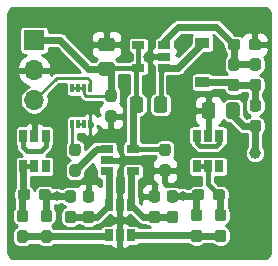
<source format=gtl>
G04 #@! TF.GenerationSoftware,KiCad,Pcbnew,(5.1.10)-1*
G04 #@! TF.CreationDate,2021-07-21T20:41:20-04:00*
G04 #@! TF.ProjectId,entropy r2,656e7472-6f70-4792-9072-322e6b696361,rev?*
G04 #@! TF.SameCoordinates,Original*
G04 #@! TF.FileFunction,Copper,L1,Top*
G04 #@! TF.FilePolarity,Positive*
%FSLAX46Y46*%
G04 Gerber Fmt 4.6, Leading zero omitted, Abs format (unit mm)*
G04 Created by KiCad (PCBNEW (5.1.10)-1) date 2021-07-21 20:41:20*
%MOMM*%
%LPD*%
G01*
G04 APERTURE LIST*
G04 #@! TA.AperFunction,ComponentPad*
%ADD10O,1.700000X1.700000*%
G04 #@! TD*
G04 #@! TA.AperFunction,ComponentPad*
%ADD11R,1.700000X1.700000*%
G04 #@! TD*
G04 #@! TA.AperFunction,SMDPad,CuDef*
%ADD12R,1.200000X0.900000*%
G04 #@! TD*
G04 #@! TA.AperFunction,ComponentPad*
%ADD13C,1.000000*%
G04 #@! TD*
G04 #@! TA.AperFunction,SMDPad,CuDef*
%ADD14R,0.700000X1.000000*%
G04 #@! TD*
G04 #@! TA.AperFunction,SMDPad,CuDef*
%ADD15R,1.060000X0.650000*%
G04 #@! TD*
G04 #@! TA.AperFunction,SMDPad,CuDef*
%ADD16R,0.300000X0.800000*%
G04 #@! TD*
G04 #@! TA.AperFunction,ViaPad*
%ADD17C,0.800000*%
G04 #@! TD*
G04 #@! TA.AperFunction,Conductor*
%ADD18C,0.250000*%
G04 #@! TD*
G04 #@! TA.AperFunction,Conductor*
%ADD19C,0.406400*%
G04 #@! TD*
G04 #@! TA.AperFunction,Conductor*
%ADD20C,0.609600*%
G04 #@! TD*
G04 #@! TA.AperFunction,Conductor*
%ADD21C,0.254000*%
G04 #@! TD*
G04 #@! TA.AperFunction,Conductor*
%ADD22C,0.100000*%
G04 #@! TD*
G04 APERTURE END LIST*
D10*
X135600000Y-69215000D03*
X135600000Y-66675000D03*
D11*
X135600000Y-64135000D03*
D12*
X149860000Y-67690000D03*
X149860000Y-64390000D03*
D13*
X154305000Y-73660000D03*
G04 #@! TA.AperFunction,SMDPad,CuDef*
G36*
G01*
X146447500Y-72895000D02*
X146922500Y-72895000D01*
G75*
G02*
X147160000Y-73132500I0J-237500D01*
G01*
X147160000Y-73707500D01*
G75*
G02*
X146922500Y-73945000I-237500J0D01*
G01*
X146447500Y-73945000D01*
G75*
G02*
X146210000Y-73707500I0J237500D01*
G01*
X146210000Y-73132500D01*
G75*
G02*
X146447500Y-72895000I237500J0D01*
G01*
G37*
G04 #@! TD.AperFunction*
G04 #@! TA.AperFunction,SMDPad,CuDef*
G36*
G01*
X146447500Y-74645000D02*
X146922500Y-74645000D01*
G75*
G02*
X147160000Y-74882500I0J-237500D01*
G01*
X147160000Y-75457500D01*
G75*
G02*
X146922500Y-75695000I-237500J0D01*
G01*
X146447500Y-75695000D01*
G75*
G02*
X146210000Y-75457500I0J237500D01*
G01*
X146210000Y-74882500D01*
G75*
G02*
X146447500Y-74645000I237500J0D01*
G01*
G37*
G04 #@! TD.AperFunction*
G04 #@! TA.AperFunction,SMDPad,CuDef*
G36*
G01*
X134857500Y-81283000D02*
X134382500Y-81283000D01*
G75*
G02*
X134145000Y-81045500I0J237500D01*
G01*
X134145000Y-80470500D01*
G75*
G02*
X134382500Y-80233000I237500J0D01*
G01*
X134857500Y-80233000D01*
G75*
G02*
X135095000Y-80470500I0J-237500D01*
G01*
X135095000Y-81045500D01*
G75*
G02*
X134857500Y-81283000I-237500J0D01*
G01*
G37*
G04 #@! TD.AperFunction*
G04 #@! TA.AperFunction,SMDPad,CuDef*
G36*
G01*
X134857500Y-79533000D02*
X134382500Y-79533000D01*
G75*
G02*
X134145000Y-79295500I0J237500D01*
G01*
X134145000Y-78720500D01*
G75*
G02*
X134382500Y-78483000I237500J0D01*
G01*
X134857500Y-78483000D01*
G75*
G02*
X135095000Y-78720500I0J-237500D01*
G01*
X135095000Y-79295500D01*
G75*
G02*
X134857500Y-79533000I-237500J0D01*
G01*
G37*
G04 #@! TD.AperFunction*
G04 #@! TA.AperFunction,SMDPad,CuDef*
G36*
G01*
X141875500Y-70073000D02*
X142350500Y-70073000D01*
G75*
G02*
X142588000Y-70310500I0J-237500D01*
G01*
X142588000Y-70885500D01*
G75*
G02*
X142350500Y-71123000I-237500J0D01*
G01*
X141875500Y-71123000D01*
G75*
G02*
X141638000Y-70885500I0J237500D01*
G01*
X141638000Y-70310500D01*
G75*
G02*
X141875500Y-70073000I237500J0D01*
G01*
G37*
G04 #@! TD.AperFunction*
G04 #@! TA.AperFunction,SMDPad,CuDef*
G36*
G01*
X141875500Y-68323000D02*
X142350500Y-68323000D01*
G75*
G02*
X142588000Y-68560500I0J-237500D01*
G01*
X142588000Y-69135500D01*
G75*
G02*
X142350500Y-69373000I-237500J0D01*
G01*
X141875500Y-69373000D01*
G75*
G02*
X141638000Y-69135500I0J237500D01*
G01*
X141638000Y-68560500D01*
G75*
G02*
X141875500Y-68323000I237500J0D01*
G01*
G37*
G04 #@! TD.AperFunction*
G04 #@! TA.AperFunction,SMDPad,CuDef*
G36*
G01*
X142182001Y-65082000D02*
X141281999Y-65082000D01*
G75*
G02*
X141032000Y-64832001I0J249999D01*
G01*
X141032000Y-64181999D01*
G75*
G02*
X141281999Y-63932000I249999J0D01*
G01*
X142182001Y-63932000D01*
G75*
G02*
X142432000Y-64181999I0J-249999D01*
G01*
X142432000Y-64832001D01*
G75*
G02*
X142182001Y-65082000I-249999J0D01*
G01*
G37*
G04 #@! TD.AperFunction*
G04 #@! TA.AperFunction,SMDPad,CuDef*
G36*
G01*
X142182001Y-67132000D02*
X141281999Y-67132000D01*
G75*
G02*
X141032000Y-66882001I0J249999D01*
G01*
X141032000Y-66231999D01*
G75*
G02*
X141281999Y-65982000I249999J0D01*
G01*
X142182001Y-65982000D01*
G75*
G02*
X142432000Y-66231999I0J-249999D01*
G01*
X142432000Y-66882001D01*
G75*
G02*
X142182001Y-67132000I-249999J0D01*
G01*
G37*
G04 #@! TD.AperFunction*
G04 #@! TA.AperFunction,SMDPad,CuDef*
G36*
G01*
X151621500Y-79483000D02*
X151146500Y-79483000D01*
G75*
G02*
X150909000Y-79245500I0J237500D01*
G01*
X150909000Y-78670500D01*
G75*
G02*
X151146500Y-78433000I237500J0D01*
G01*
X151621500Y-78433000D01*
G75*
G02*
X151859000Y-78670500I0J-237500D01*
G01*
X151859000Y-79245500D01*
G75*
G02*
X151621500Y-79483000I-237500J0D01*
G01*
G37*
G04 #@! TD.AperFunction*
G04 #@! TA.AperFunction,SMDPad,CuDef*
G36*
G01*
X151621500Y-81233000D02*
X151146500Y-81233000D01*
G75*
G02*
X150909000Y-80995500I0J237500D01*
G01*
X150909000Y-80420500D01*
G75*
G02*
X151146500Y-80183000I237500J0D01*
G01*
X151621500Y-80183000D01*
G75*
G02*
X151859000Y-80420500I0J-237500D01*
G01*
X151859000Y-80995500D01*
G75*
G02*
X151621500Y-81233000I-237500J0D01*
G01*
G37*
G04 #@! TD.AperFunction*
G04 #@! TA.AperFunction,SMDPad,CuDef*
G36*
G01*
X154577500Y-68460000D02*
X154102500Y-68460000D01*
G75*
G02*
X153865000Y-68222500I0J237500D01*
G01*
X153865000Y-67647500D01*
G75*
G02*
X154102500Y-67410000I237500J0D01*
G01*
X154577500Y-67410000D01*
G75*
G02*
X154815000Y-67647500I0J-237500D01*
G01*
X154815000Y-68222500D01*
G75*
G02*
X154577500Y-68460000I-237500J0D01*
G01*
G37*
G04 #@! TD.AperFunction*
G04 #@! TA.AperFunction,SMDPad,CuDef*
G36*
G01*
X154577500Y-66710000D02*
X154102500Y-66710000D01*
G75*
G02*
X153865000Y-66472500I0J237500D01*
G01*
X153865000Y-65897500D01*
G75*
G02*
X154102500Y-65660000I237500J0D01*
G01*
X154577500Y-65660000D01*
G75*
G02*
X154815000Y-65897500I0J-237500D01*
G01*
X154815000Y-66472500D01*
G75*
G02*
X154577500Y-66710000I-237500J0D01*
G01*
G37*
G04 #@! TD.AperFunction*
G04 #@! TA.AperFunction,SMDPad,CuDef*
G36*
G01*
X153000000Y-69649999D02*
X153000000Y-70550001D01*
G75*
G02*
X152750001Y-70800000I-249999J0D01*
G01*
X152099999Y-70800000D01*
G75*
G02*
X151850000Y-70550001I0J249999D01*
G01*
X151850000Y-69649999D01*
G75*
G02*
X152099999Y-69400000I249999J0D01*
G01*
X152750001Y-69400000D01*
G75*
G02*
X153000000Y-69649999I0J-249999D01*
G01*
G37*
G04 #@! TD.AperFunction*
G04 #@! TA.AperFunction,SMDPad,CuDef*
G36*
G01*
X150950000Y-69649999D02*
X150950000Y-70550001D01*
G75*
G02*
X150700001Y-70800000I-249999J0D01*
G01*
X150049999Y-70800000D01*
G75*
G02*
X149800000Y-70550001I0J249999D01*
G01*
X149800000Y-69649999D01*
G75*
G02*
X150049999Y-69400000I249999J0D01*
G01*
X150700001Y-69400000D01*
G75*
G02*
X150950000Y-69649999I0J-249999D01*
G01*
G37*
G04 #@! TD.AperFunction*
G04 #@! TA.AperFunction,SMDPad,CuDef*
G36*
G01*
X143688000Y-70046001D02*
X143688000Y-69145999D01*
G75*
G02*
X143937999Y-68896000I249999J0D01*
G01*
X144588001Y-68896000D01*
G75*
G02*
X144838000Y-69145999I0J-249999D01*
G01*
X144838000Y-70046001D01*
G75*
G02*
X144588001Y-70296000I-249999J0D01*
G01*
X143937999Y-70296000D01*
G75*
G02*
X143688000Y-70046001I0J249999D01*
G01*
G37*
G04 #@! TD.AperFunction*
G04 #@! TA.AperFunction,SMDPad,CuDef*
G36*
G01*
X145738000Y-70046001D02*
X145738000Y-69145999D01*
G75*
G02*
X145987999Y-68896000I249999J0D01*
G01*
X146638001Y-68896000D01*
G75*
G02*
X146888000Y-69145999I0J-249999D01*
G01*
X146888000Y-70046001D01*
G75*
G02*
X146638001Y-70296000I-249999J0D01*
G01*
X145987999Y-70296000D01*
G75*
G02*
X145738000Y-70046001I0J249999D01*
G01*
G37*
G04 #@! TD.AperFunction*
D14*
X136586000Y-72233000D03*
X135636000Y-72233000D03*
X134686000Y-72233000D03*
X134686000Y-74833000D03*
X136586000Y-74833000D03*
X135636000Y-74833000D03*
X142875000Y-78075000D03*
X141925000Y-78075000D03*
X143825000Y-78075000D03*
X143825000Y-80675000D03*
X142875000Y-80675000D03*
X141925000Y-80675000D03*
X151297201Y-72233000D03*
X150347201Y-72233000D03*
X149397201Y-72233000D03*
X149397201Y-74833000D03*
X151297201Y-74833000D03*
X150347201Y-74833000D03*
G04 #@! TA.AperFunction,SMDPad,CuDef*
G36*
G01*
X135286000Y-76978500D02*
X135286000Y-77453500D01*
G75*
G02*
X135048500Y-77691000I-237500J0D01*
G01*
X134473500Y-77691000D01*
G75*
G02*
X134236000Y-77453500I0J237500D01*
G01*
X134236000Y-76978500D01*
G75*
G02*
X134473500Y-76741000I237500J0D01*
G01*
X135048500Y-76741000D01*
G75*
G02*
X135286000Y-76978500I0J-237500D01*
G01*
G37*
G04 #@! TD.AperFunction*
G04 #@! TA.AperFunction,SMDPad,CuDef*
G36*
G01*
X137036000Y-76978500D02*
X137036000Y-77453500D01*
G75*
G02*
X136798500Y-77691000I-237500J0D01*
G01*
X136223500Y-77691000D01*
G75*
G02*
X135986000Y-77453500I0J237500D01*
G01*
X135986000Y-76978500D01*
G75*
G02*
X136223500Y-76741000I237500J0D01*
G01*
X136798500Y-76741000D01*
G75*
G02*
X137036000Y-76978500I0J-237500D01*
G01*
G37*
G04 #@! TD.AperFunction*
G04 #@! TA.AperFunction,SMDPad,CuDef*
G36*
G01*
X136414500Y-78483000D02*
X136889500Y-78483000D01*
G75*
G02*
X137127000Y-78720500I0J-237500D01*
G01*
X137127000Y-79295500D01*
G75*
G02*
X136889500Y-79533000I-237500J0D01*
G01*
X136414500Y-79533000D01*
G75*
G02*
X136177000Y-79295500I0J237500D01*
G01*
X136177000Y-78720500D01*
G75*
G02*
X136414500Y-78483000I237500J0D01*
G01*
G37*
G04 #@! TD.AperFunction*
G04 #@! TA.AperFunction,SMDPad,CuDef*
G36*
G01*
X136414500Y-80233000D02*
X136889500Y-80233000D01*
G75*
G02*
X137127000Y-80470500I0J-237500D01*
G01*
X137127000Y-81045500D01*
G75*
G02*
X136889500Y-81283000I-237500J0D01*
G01*
X136414500Y-81283000D01*
G75*
G02*
X136177000Y-81045500I0J237500D01*
G01*
X136177000Y-80470500D01*
G75*
G02*
X136414500Y-80233000I237500J0D01*
G01*
G37*
G04 #@! TD.AperFunction*
G04 #@! TA.AperFunction,SMDPad,CuDef*
G36*
G01*
X138827500Y-72895000D02*
X139302500Y-72895000D01*
G75*
G02*
X139540000Y-73132500I0J-237500D01*
G01*
X139540000Y-73707500D01*
G75*
G02*
X139302500Y-73945000I-237500J0D01*
G01*
X138827500Y-73945000D01*
G75*
G02*
X138590000Y-73707500I0J237500D01*
G01*
X138590000Y-73132500D01*
G75*
G02*
X138827500Y-72895000I237500J0D01*
G01*
G37*
G04 #@! TD.AperFunction*
G04 #@! TA.AperFunction,SMDPad,CuDef*
G36*
G01*
X138827500Y-74645000D02*
X139302500Y-74645000D01*
G75*
G02*
X139540000Y-74882500I0J-237500D01*
G01*
X139540000Y-75457500D01*
G75*
G02*
X139302500Y-75695000I-237500J0D01*
G01*
X138827500Y-75695000D01*
G75*
G02*
X138590000Y-75457500I0J237500D01*
G01*
X138590000Y-74882500D01*
G75*
G02*
X138827500Y-74645000I237500J0D01*
G01*
G37*
G04 #@! TD.AperFunction*
G04 #@! TA.AperFunction,SMDPad,CuDef*
G36*
G01*
X138446500Y-78582000D02*
X138921500Y-78582000D01*
G75*
G02*
X139159000Y-78819500I0J-237500D01*
G01*
X139159000Y-79394500D01*
G75*
G02*
X138921500Y-79632000I-237500J0D01*
G01*
X138446500Y-79632000D01*
G75*
G02*
X138209000Y-79394500I0J237500D01*
G01*
X138209000Y-78819500D01*
G75*
G02*
X138446500Y-78582000I237500J0D01*
G01*
G37*
G04 #@! TD.AperFunction*
G04 #@! TA.AperFunction,SMDPad,CuDef*
G36*
G01*
X138446500Y-76832000D02*
X138921500Y-76832000D01*
G75*
G02*
X139159000Y-77069500I0J-237500D01*
G01*
X139159000Y-77644500D01*
G75*
G02*
X138921500Y-77882000I-237500J0D01*
G01*
X138446500Y-77882000D01*
G75*
G02*
X138209000Y-77644500I0J237500D01*
G01*
X138209000Y-77069500D01*
G75*
G02*
X138446500Y-76832000I237500J0D01*
G01*
G37*
G04 #@! TD.AperFunction*
G04 #@! TA.AperFunction,SMDPad,CuDef*
G36*
G01*
X140445500Y-79632000D02*
X139970500Y-79632000D01*
G75*
G02*
X139733000Y-79394500I0J237500D01*
G01*
X139733000Y-78819500D01*
G75*
G02*
X139970500Y-78582000I237500J0D01*
G01*
X140445500Y-78582000D01*
G75*
G02*
X140683000Y-78819500I0J-237500D01*
G01*
X140683000Y-79394500D01*
G75*
G02*
X140445500Y-79632000I-237500J0D01*
G01*
G37*
G04 #@! TD.AperFunction*
G04 #@! TA.AperFunction,SMDPad,CuDef*
G36*
G01*
X140445500Y-77882000D02*
X139970500Y-77882000D01*
G75*
G02*
X139733000Y-77644500I0J237500D01*
G01*
X139733000Y-77069500D01*
G75*
G02*
X139970500Y-76832000I237500J0D01*
G01*
X140445500Y-76832000D01*
G75*
G02*
X140683000Y-77069500I0J-237500D01*
G01*
X140683000Y-77644500D01*
G75*
G02*
X140445500Y-77882000I-237500J0D01*
G01*
G37*
G04 #@! TD.AperFunction*
G04 #@! TA.AperFunction,SMDPad,CuDef*
G36*
G01*
X150718000Y-77453500D02*
X150718000Y-76978500D01*
G75*
G02*
X150955500Y-76741000I237500J0D01*
G01*
X151530500Y-76741000D01*
G75*
G02*
X151768000Y-76978500I0J-237500D01*
G01*
X151768000Y-77453500D01*
G75*
G02*
X151530500Y-77691000I-237500J0D01*
G01*
X150955500Y-77691000D01*
G75*
G02*
X150718000Y-77453500I0J237500D01*
G01*
G37*
G04 #@! TD.AperFunction*
G04 #@! TA.AperFunction,SMDPad,CuDef*
G36*
G01*
X148968000Y-77453500D02*
X148968000Y-76978500D01*
G75*
G02*
X149205500Y-76741000I237500J0D01*
G01*
X149780500Y-76741000D01*
G75*
G02*
X150018000Y-76978500I0J-237500D01*
G01*
X150018000Y-77453500D01*
G75*
G02*
X149780500Y-77691000I-237500J0D01*
G01*
X149205500Y-77691000D01*
G75*
G02*
X148968000Y-77453500I0J237500D01*
G01*
G37*
G04 #@! TD.AperFunction*
G04 #@! TA.AperFunction,SMDPad,CuDef*
G36*
G01*
X149114500Y-80183000D02*
X149589500Y-80183000D01*
G75*
G02*
X149827000Y-80420500I0J-237500D01*
G01*
X149827000Y-80995500D01*
G75*
G02*
X149589500Y-81233000I-237500J0D01*
G01*
X149114500Y-81233000D01*
G75*
G02*
X148877000Y-80995500I0J237500D01*
G01*
X148877000Y-80420500D01*
G75*
G02*
X149114500Y-80183000I237500J0D01*
G01*
G37*
G04 #@! TD.AperFunction*
G04 #@! TA.AperFunction,SMDPad,CuDef*
G36*
G01*
X149114500Y-78433000D02*
X149589500Y-78433000D01*
G75*
G02*
X149827000Y-78670500I0J-237500D01*
G01*
X149827000Y-79245500D01*
G75*
G02*
X149589500Y-79483000I-237500J0D01*
G01*
X149114500Y-79483000D01*
G75*
G02*
X148877000Y-79245500I0J237500D01*
G01*
X148877000Y-78670500D01*
G75*
G02*
X149114500Y-78433000I237500J0D01*
G01*
G37*
G04 #@! TD.AperFunction*
G04 #@! TA.AperFunction,SMDPad,CuDef*
G36*
G01*
X152737500Y-66720000D02*
X152262500Y-66720000D01*
G75*
G02*
X152025000Y-66482500I0J237500D01*
G01*
X152025000Y-65907500D01*
G75*
G02*
X152262500Y-65670000I237500J0D01*
G01*
X152737500Y-65670000D01*
G75*
G02*
X152975000Y-65907500I0J-237500D01*
G01*
X152975000Y-66482500D01*
G75*
G02*
X152737500Y-66720000I-237500J0D01*
G01*
G37*
G04 #@! TD.AperFunction*
G04 #@! TA.AperFunction,SMDPad,CuDef*
G36*
G01*
X152737500Y-68470000D02*
X152262500Y-68470000D01*
G75*
G02*
X152025000Y-68232500I0J237500D01*
G01*
X152025000Y-67657500D01*
G75*
G02*
X152262500Y-67420000I237500J0D01*
G01*
X152737500Y-67420000D01*
G75*
G02*
X152975000Y-67657500I0J-237500D01*
G01*
X152975000Y-68232500D01*
G75*
G02*
X152737500Y-68470000I-237500J0D01*
G01*
G37*
G04 #@! TD.AperFunction*
G04 #@! TA.AperFunction,SMDPad,CuDef*
G36*
G01*
X152016000Y-64753500D02*
X152016000Y-64278500D01*
G75*
G02*
X152253500Y-64041000I237500J0D01*
G01*
X152828500Y-64041000D01*
G75*
G02*
X153066000Y-64278500I0J-237500D01*
G01*
X153066000Y-64753500D01*
G75*
G02*
X152828500Y-64991000I-237500J0D01*
G01*
X152253500Y-64991000D01*
G75*
G02*
X152016000Y-64753500I0J237500D01*
G01*
G37*
G04 #@! TD.AperFunction*
G04 #@! TA.AperFunction,SMDPad,CuDef*
G36*
G01*
X153766000Y-64753500D02*
X153766000Y-64278500D01*
G75*
G02*
X154003500Y-64041000I237500J0D01*
G01*
X154578500Y-64041000D01*
G75*
G02*
X154816000Y-64278500I0J-237500D01*
G01*
X154816000Y-64753500D01*
G75*
G02*
X154578500Y-64991000I-237500J0D01*
G01*
X154003500Y-64991000D01*
G75*
G02*
X153766000Y-64753500I0J237500D01*
G01*
G37*
G04 #@! TD.AperFunction*
G04 #@! TA.AperFunction,SMDPad,CuDef*
G36*
G01*
X154577500Y-71930000D02*
X154102500Y-71930000D01*
G75*
G02*
X153865000Y-71692500I0J237500D01*
G01*
X153865000Y-71117500D01*
G75*
G02*
X154102500Y-70880000I237500J0D01*
G01*
X154577500Y-70880000D01*
G75*
G02*
X154815000Y-71117500I0J-237500D01*
G01*
X154815000Y-71692500D01*
G75*
G02*
X154577500Y-71930000I-237500J0D01*
G01*
G37*
G04 #@! TD.AperFunction*
G04 #@! TA.AperFunction,SMDPad,CuDef*
G36*
G01*
X154577500Y-70180000D02*
X154102500Y-70180000D01*
G75*
G02*
X153865000Y-69942500I0J237500D01*
G01*
X153865000Y-69367500D01*
G75*
G02*
X154102500Y-69130000I237500J0D01*
G01*
X154577500Y-69130000D01*
G75*
G02*
X154815000Y-69367500I0J-237500D01*
G01*
X154815000Y-69942500D01*
G75*
G02*
X154577500Y-70180000I-237500J0D01*
G01*
G37*
G04 #@! TD.AperFunction*
G04 #@! TA.AperFunction,SMDPad,CuDef*
G36*
G01*
X147082500Y-76832000D02*
X147557500Y-76832000D01*
G75*
G02*
X147795000Y-77069500I0J-237500D01*
G01*
X147795000Y-77644500D01*
G75*
G02*
X147557500Y-77882000I-237500J0D01*
G01*
X147082500Y-77882000D01*
G75*
G02*
X146845000Y-77644500I0J237500D01*
G01*
X146845000Y-77069500D01*
G75*
G02*
X147082500Y-76832000I237500J0D01*
G01*
G37*
G04 #@! TD.AperFunction*
G04 #@! TA.AperFunction,SMDPad,CuDef*
G36*
G01*
X147082500Y-78582000D02*
X147557500Y-78582000D01*
G75*
G02*
X147795000Y-78819500I0J-237500D01*
G01*
X147795000Y-79394500D01*
G75*
G02*
X147557500Y-79632000I-237500J0D01*
G01*
X147082500Y-79632000D01*
G75*
G02*
X146845000Y-79394500I0J237500D01*
G01*
X146845000Y-78819500D01*
G75*
G02*
X147082500Y-78582000I237500J0D01*
G01*
G37*
G04 #@! TD.AperFunction*
G04 #@! TA.AperFunction,SMDPad,CuDef*
G36*
G01*
X146033500Y-77882000D02*
X145558500Y-77882000D01*
G75*
G02*
X145321000Y-77644500I0J237500D01*
G01*
X145321000Y-77069500D01*
G75*
G02*
X145558500Y-76832000I237500J0D01*
G01*
X146033500Y-76832000D01*
G75*
G02*
X146271000Y-77069500I0J-237500D01*
G01*
X146271000Y-77644500D01*
G75*
G02*
X146033500Y-77882000I-237500J0D01*
G01*
G37*
G04 #@! TD.AperFunction*
G04 #@! TA.AperFunction,SMDPad,CuDef*
G36*
G01*
X146033500Y-79632000D02*
X145558500Y-79632000D01*
G75*
G02*
X145321000Y-79394500I0J237500D01*
G01*
X145321000Y-78819500D01*
G75*
G02*
X145558500Y-78582000I237500J0D01*
G01*
X146033500Y-78582000D01*
G75*
G02*
X146271000Y-78819500I0J-237500D01*
G01*
X146271000Y-79394500D01*
G75*
G02*
X146033500Y-79632000I-237500J0D01*
G01*
G37*
G04 #@! TD.AperFunction*
D15*
X141775000Y-73345000D03*
X141775000Y-74295000D03*
X141775000Y-75245000D03*
X143975000Y-75245000D03*
X143975000Y-73345000D03*
D16*
X138823000Y-71273000D03*
X139323000Y-71273000D03*
X139823000Y-71273000D03*
X140323000Y-71273000D03*
X140323000Y-68173000D03*
X139823000Y-68173000D03*
X139323000Y-68173000D03*
X138823000Y-68173000D03*
D15*
X144442000Y-66482000D03*
X144442000Y-64582000D03*
X146642000Y-64582000D03*
X146642000Y-65532000D03*
X146642000Y-66482000D03*
D17*
X139065000Y-69850000D03*
X148082000Y-64516000D03*
X141732000Y-62992000D03*
X142875000Y-79375000D03*
X140462000Y-75692000D03*
X145288000Y-75438000D03*
X148082000Y-75184000D03*
X154432000Y-62992000D03*
X148844000Y-70104000D03*
X152654000Y-72390000D03*
X147828000Y-72136000D03*
X135636000Y-70866000D03*
X145288000Y-65532000D03*
X137414000Y-68834000D03*
X139954000Y-64516000D03*
X138176000Y-66294000D03*
X134000000Y-62000000D03*
X155000000Y-62000000D03*
X134000000Y-82000000D03*
X155000000Y-82000000D03*
X137527000Y-77357000D03*
X148195000Y-77357000D03*
D18*
X139823000Y-68173000D02*
X139323000Y-68173000D01*
X139323000Y-68173000D02*
X138823000Y-68173000D01*
D19*
X146610000Y-73345000D02*
X146685000Y-73420000D01*
X143975000Y-73345000D02*
X146610000Y-73345000D01*
D18*
X139823000Y-68173000D02*
X139823000Y-68703000D01*
X142062999Y-68898001D02*
X142113000Y-68848000D01*
X140018001Y-68898001D02*
X142062999Y-68898001D01*
X139823000Y-68703000D02*
X140018001Y-68898001D01*
D19*
X141807000Y-66482000D02*
X141732000Y-66557000D01*
X144442000Y-66482000D02*
X141807000Y-66482000D01*
X144263000Y-66661000D02*
X144442000Y-66482000D01*
X144263000Y-69596000D02*
X144263000Y-66661000D01*
D20*
X143975000Y-69884000D02*
X144263000Y-69596000D01*
X143975000Y-73345000D02*
X143975000Y-69884000D01*
X141723000Y-66548000D02*
X141732000Y-66557000D01*
X140208000Y-66548000D02*
X141723000Y-66548000D01*
X142113000Y-66938000D02*
X141732000Y-66557000D01*
X142113000Y-68848000D02*
X142113000Y-66938000D01*
X137795000Y-64135000D02*
X140208000Y-66548000D01*
X137795000Y-64135000D02*
X135600000Y-64135000D01*
D19*
X144442000Y-64582000D02*
X144442000Y-66482000D01*
D18*
X140323000Y-71273000D02*
X140323000Y-69862000D01*
X140323000Y-71273000D02*
X140323000Y-72378000D01*
D20*
X134620000Y-80758000D02*
X136652000Y-80758000D01*
X136735000Y-80675000D02*
X136652000Y-80758000D01*
X141842000Y-80758000D02*
X141925000Y-80675000D01*
X136652000Y-80758000D02*
X141842000Y-80758000D01*
D19*
X135636000Y-74833000D02*
X134686000Y-74833000D01*
D20*
X134620000Y-77357000D02*
X134761000Y-77216000D01*
X134620000Y-79008000D02*
X134620000Y-77357000D01*
X134686000Y-77141000D02*
X134761000Y-77216000D01*
X134686000Y-74833000D02*
X134686000Y-77141000D01*
X151384000Y-77357000D02*
X151243000Y-77216000D01*
X151384000Y-78958000D02*
X151384000Y-77357000D01*
D19*
X151414201Y-77044799D02*
X151243000Y-77216000D01*
X149397201Y-74833000D02*
X150347201Y-74833000D01*
X150347201Y-76320201D02*
X151243000Y-77216000D01*
X150347201Y-74833000D02*
X150347201Y-76320201D01*
D20*
X149319000Y-80675000D02*
X149352000Y-80708000D01*
X143825000Y-80675000D02*
X149319000Y-80675000D01*
X149352000Y-80708000D02*
X151384000Y-80708000D01*
X152510000Y-67935000D02*
X152500000Y-67945000D01*
X154343583Y-67935000D02*
X152510000Y-67935000D01*
X152245000Y-67690000D02*
X152500000Y-67945000D01*
X149860000Y-67690000D02*
X152245000Y-67690000D01*
X154340000Y-67935000D02*
X154340000Y-69655000D01*
X146642000Y-64582000D02*
X146642000Y-64178000D01*
X146642000Y-64178000D02*
X147828000Y-62992000D01*
X151017000Y-62992000D02*
X152541000Y-64516000D01*
X147828000Y-62992000D02*
X151017000Y-62992000D01*
X152541000Y-66154000D02*
X152500000Y-66195000D01*
X152541000Y-64516000D02*
X152541000Y-66154000D01*
X154333583Y-66195000D02*
X154343583Y-66185000D01*
X152500000Y-66195000D02*
X154333583Y-66195000D01*
X136652000Y-79008000D02*
X136652000Y-77357000D01*
X136652000Y-77357000D02*
X136511000Y-77216000D01*
X138684000Y-77357000D02*
X137527000Y-77357000D01*
X147320000Y-77357000D02*
X148195000Y-77357000D01*
X149352000Y-77357000D02*
X149493000Y-77216000D01*
X149352000Y-78958000D02*
X149352000Y-77357000D01*
X137527000Y-77357000D02*
X136652000Y-77357000D01*
X148195000Y-77357000D02*
X149352000Y-77357000D01*
X152425000Y-70100000D02*
X152425000Y-70510000D01*
X153320000Y-71405000D02*
X154340000Y-71405000D01*
X152425000Y-70510000D02*
X153320000Y-71405000D01*
X154340000Y-73625000D02*
X154305000Y-73660000D01*
X154340000Y-71405000D02*
X154340000Y-73625000D01*
X147768000Y-66482000D02*
X149860000Y-64390000D01*
X146642000Y-66482000D02*
X147768000Y-66482000D01*
D19*
X146313000Y-66811000D02*
X146642000Y-66482000D01*
X146313000Y-69596000D02*
X146313000Y-66811000D01*
D18*
X140323000Y-67537998D02*
X140323000Y-68173000D01*
X140095002Y-67310000D02*
X140323000Y-67537998D01*
X137505000Y-67310000D02*
X140095002Y-67310000D01*
X135600000Y-69215000D02*
X137505000Y-67310000D01*
D19*
X134686000Y-73218000D02*
X135001000Y-73533000D01*
X134686000Y-72233000D02*
X134686000Y-73218000D01*
X136192400Y-73533000D02*
X135001000Y-73533000D01*
X136586000Y-73139400D02*
X136192400Y-73533000D01*
X136586000Y-72233000D02*
X136586000Y-73139400D01*
D20*
X141925000Y-75395000D02*
X141775000Y-75245000D01*
X141925000Y-78075000D02*
X141925000Y-75395000D01*
X138684000Y-79107000D02*
X140208000Y-79107000D01*
X140893000Y-79107000D02*
X141925000Y-78075000D01*
X140208000Y-79107000D02*
X140893000Y-79107000D01*
X143825000Y-75395000D02*
X143975000Y-75245000D01*
X143825000Y-78075000D02*
X143825000Y-75395000D01*
X144857000Y-79107000D02*
X143825000Y-78075000D01*
X145796000Y-79107000D02*
X144857000Y-79107000D01*
X145796000Y-79107000D02*
X147320000Y-79107000D01*
D18*
X139063000Y-75172000D02*
X139065000Y-75170000D01*
D19*
X139140000Y-73345000D02*
X139065000Y-73420000D01*
D18*
X138823000Y-73178000D02*
X139065000Y-73420000D01*
X138823000Y-71273000D02*
X138823000Y-73178000D01*
D20*
X140890000Y-73345000D02*
X139065000Y-75170000D01*
X141775000Y-73345000D02*
X140890000Y-73345000D01*
D18*
X139823000Y-71273000D02*
X139323000Y-71273000D01*
D19*
X149397201Y-72858762D02*
X149397201Y-72233000D01*
X149674640Y-73136201D02*
X149397201Y-72858762D01*
X151019762Y-73136201D02*
X149674640Y-73136201D01*
X151297201Y-72858762D02*
X151019762Y-73136201D01*
X151297201Y-72233000D02*
X151297201Y-72858762D01*
D21*
X155114994Y-61419222D02*
X155225614Y-61452620D01*
X155327639Y-61506868D01*
X155417179Y-61579895D01*
X155490833Y-61668925D01*
X155545792Y-61770572D01*
X155579960Y-61880949D01*
X155594000Y-62014528D01*
X155594001Y-81980136D01*
X155580778Y-82114994D01*
X155547379Y-82225615D01*
X155493132Y-82327639D01*
X155420106Y-82417179D01*
X155331072Y-82490834D01*
X155229428Y-82545792D01*
X155119051Y-82579960D01*
X154985472Y-82594000D01*
X134019854Y-82594000D01*
X133885006Y-82580778D01*
X133774385Y-82547379D01*
X133672361Y-82493132D01*
X133582821Y-82420106D01*
X133509166Y-82331072D01*
X133454208Y-82229428D01*
X133420040Y-82119051D01*
X133406000Y-81985472D01*
X133406000Y-78720500D01*
X133762157Y-78720500D01*
X133762157Y-79295500D01*
X133774077Y-79416523D01*
X133809378Y-79532895D01*
X133866704Y-79640144D01*
X133943851Y-79734149D01*
X134037856Y-79811296D01*
X134145105Y-79868622D01*
X134192503Y-79883000D01*
X134145105Y-79897378D01*
X134037856Y-79954704D01*
X133943851Y-80031851D01*
X133866704Y-80125856D01*
X133809378Y-80233105D01*
X133774077Y-80349477D01*
X133762157Y-80470500D01*
X133762157Y-81045500D01*
X133774077Y-81166523D01*
X133809378Y-81282895D01*
X133866704Y-81390144D01*
X133943851Y-81484149D01*
X134037856Y-81561296D01*
X134145105Y-81618622D01*
X134261477Y-81653923D01*
X134382500Y-81665843D01*
X134857500Y-81665843D01*
X134978523Y-81653923D01*
X135094895Y-81618622D01*
X135202144Y-81561296D01*
X135296149Y-81484149D01*
X135329262Y-81443800D01*
X135942738Y-81443800D01*
X135975851Y-81484149D01*
X136069856Y-81561296D01*
X136177105Y-81618622D01*
X136293477Y-81653923D01*
X136414500Y-81665843D01*
X136889500Y-81665843D01*
X137010523Y-81653923D01*
X137126895Y-81618622D01*
X137234144Y-81561296D01*
X137328149Y-81484149D01*
X137361262Y-81443800D01*
X141302721Y-81443800D01*
X141304289Y-81445711D01*
X141362304Y-81493322D01*
X141428492Y-81528701D01*
X141500311Y-81550487D01*
X141575000Y-81557843D01*
X142017728Y-81557843D01*
X142073815Y-81626185D01*
X142170506Y-81705537D01*
X142280820Y-81764502D01*
X142400518Y-81800812D01*
X142525000Y-81813072D01*
X142589250Y-81810000D01*
X142748000Y-81651250D01*
X142748000Y-80802000D01*
X142728000Y-80802000D01*
X142728000Y-80548000D01*
X142748000Y-80548000D01*
X142748000Y-79698750D01*
X142589250Y-79540000D01*
X142525000Y-79536928D01*
X142400518Y-79549188D01*
X142280820Y-79585498D01*
X142170506Y-79644463D01*
X142073815Y-79723815D01*
X142017728Y-79792157D01*
X141575000Y-79792157D01*
X141500311Y-79799513D01*
X141428492Y-79821299D01*
X141362304Y-79856678D01*
X141304289Y-79904289D01*
X141256678Y-79962304D01*
X141221299Y-80028492D01*
X141208040Y-80072200D01*
X137361262Y-80072200D01*
X137328149Y-80031851D01*
X137234144Y-79954704D01*
X137126895Y-79897378D01*
X137079497Y-79883000D01*
X137126895Y-79868622D01*
X137234144Y-79811296D01*
X137328149Y-79734149D01*
X137405296Y-79640144D01*
X137462622Y-79532895D01*
X137497923Y-79416523D01*
X137509843Y-79295500D01*
X137509843Y-78720500D01*
X137497923Y-78599477D01*
X137462622Y-78483105D01*
X137405296Y-78375856D01*
X137337800Y-78293611D01*
X137337800Y-78115667D01*
X137450078Y-78138000D01*
X137603922Y-78138000D01*
X137754809Y-78107987D01*
X137896942Y-78049113D01*
X137906390Y-78042800D01*
X137974738Y-78042800D01*
X138007851Y-78083149D01*
X138101856Y-78160296D01*
X138209105Y-78217622D01*
X138256503Y-78232000D01*
X138209105Y-78246378D01*
X138101856Y-78303704D01*
X138007851Y-78380851D01*
X137930704Y-78474856D01*
X137873378Y-78582105D01*
X137838077Y-78698477D01*
X137826157Y-78819500D01*
X137826157Y-79394500D01*
X137838077Y-79515523D01*
X137873378Y-79631895D01*
X137930704Y-79739144D01*
X138007851Y-79833149D01*
X138101856Y-79910296D01*
X138209105Y-79967622D01*
X138325477Y-80002923D01*
X138446500Y-80014843D01*
X138921500Y-80014843D01*
X139042523Y-80002923D01*
X139158895Y-79967622D01*
X139266144Y-79910296D01*
X139360149Y-79833149D01*
X139393262Y-79792800D01*
X139498738Y-79792800D01*
X139531851Y-79833149D01*
X139625856Y-79910296D01*
X139733105Y-79967622D01*
X139849477Y-80002923D01*
X139970500Y-80014843D01*
X140445500Y-80014843D01*
X140566523Y-80002923D01*
X140682895Y-79967622D01*
X140790144Y-79910296D01*
X140884149Y-79833149D01*
X140916434Y-79793809D01*
X140926679Y-79792800D01*
X140926689Y-79792800D01*
X141027440Y-79782877D01*
X141156714Y-79743662D01*
X141275853Y-79679981D01*
X141380280Y-79594280D01*
X141401758Y-79568109D01*
X142012025Y-78957843D01*
X142017728Y-78957843D01*
X142073815Y-79026185D01*
X142170506Y-79105537D01*
X142280820Y-79164502D01*
X142400518Y-79200812D01*
X142525000Y-79213072D01*
X142589250Y-79210000D01*
X142748000Y-79051250D01*
X142748000Y-78202000D01*
X142728000Y-78202000D01*
X142728000Y-77948000D01*
X142748000Y-77948000D01*
X142748000Y-77098750D01*
X143002000Y-77098750D01*
X143002000Y-77948000D01*
X143022000Y-77948000D01*
X143022000Y-78202000D01*
X143002000Y-78202000D01*
X143002000Y-79051250D01*
X143160750Y-79210000D01*
X143225000Y-79213072D01*
X143349482Y-79200812D01*
X143469180Y-79164502D01*
X143579494Y-79105537D01*
X143676185Y-79026185D01*
X143732272Y-78957843D01*
X143737976Y-78957843D01*
X144348246Y-79568114D01*
X144369720Y-79594280D01*
X144395885Y-79615753D01*
X144395887Y-79615755D01*
X144474145Y-79679980D01*
X144474147Y-79679981D01*
X144593286Y-79743662D01*
X144722560Y-79782877D01*
X144823311Y-79792800D01*
X144823320Y-79792800D01*
X144856999Y-79796117D01*
X144890678Y-79792800D01*
X145086738Y-79792800D01*
X145119851Y-79833149D01*
X145213856Y-79910296D01*
X145321105Y-79967622D01*
X145392238Y-79989200D01*
X144507699Y-79989200D01*
X144493322Y-79962304D01*
X144445711Y-79904289D01*
X144387696Y-79856678D01*
X144321508Y-79821299D01*
X144249689Y-79799513D01*
X144175000Y-79792157D01*
X143732272Y-79792157D01*
X143676185Y-79723815D01*
X143579494Y-79644463D01*
X143469180Y-79585498D01*
X143349482Y-79549188D01*
X143225000Y-79536928D01*
X143160750Y-79540000D01*
X143002000Y-79698750D01*
X143002000Y-80548000D01*
X143022000Y-80548000D01*
X143022000Y-80802000D01*
X143002000Y-80802000D01*
X143002000Y-81651250D01*
X143160750Y-81810000D01*
X143225000Y-81813072D01*
X143349482Y-81800812D01*
X143469180Y-81764502D01*
X143579494Y-81705537D01*
X143676185Y-81626185D01*
X143732272Y-81557843D01*
X144175000Y-81557843D01*
X144249689Y-81550487D01*
X144321508Y-81528701D01*
X144387696Y-81493322D01*
X144445711Y-81445711D01*
X144493322Y-81387696D01*
X144507699Y-81360800D01*
X148615656Y-81360800D01*
X148675851Y-81434149D01*
X148769856Y-81511296D01*
X148877105Y-81568622D01*
X148993477Y-81603923D01*
X149114500Y-81615843D01*
X149589500Y-81615843D01*
X149710523Y-81603923D01*
X149826895Y-81568622D01*
X149934144Y-81511296D01*
X150028149Y-81434149D01*
X150061262Y-81393800D01*
X150674738Y-81393800D01*
X150707851Y-81434149D01*
X150801856Y-81511296D01*
X150909105Y-81568622D01*
X151025477Y-81603923D01*
X151146500Y-81615843D01*
X151621500Y-81615843D01*
X151742523Y-81603923D01*
X151858895Y-81568622D01*
X151966144Y-81511296D01*
X152060149Y-81434149D01*
X152137296Y-81340144D01*
X152194622Y-81232895D01*
X152229923Y-81116523D01*
X152241843Y-80995500D01*
X152241843Y-80420500D01*
X152229923Y-80299477D01*
X152194622Y-80183105D01*
X152137296Y-80075856D01*
X152060149Y-79981851D01*
X151966144Y-79904704D01*
X151858895Y-79847378D01*
X151811497Y-79833000D01*
X151858895Y-79818622D01*
X151966144Y-79761296D01*
X152060149Y-79684149D01*
X152137296Y-79590144D01*
X152194622Y-79482895D01*
X152229923Y-79366523D01*
X152241843Y-79245500D01*
X152241843Y-78670500D01*
X152229923Y-78549477D01*
X152194622Y-78433105D01*
X152137296Y-78325856D01*
X152069800Y-78243611D01*
X152069800Y-77754171D01*
X152103622Y-77690895D01*
X152138923Y-77574523D01*
X152150843Y-77453500D01*
X152150843Y-76978500D01*
X152138923Y-76857477D01*
X152103622Y-76741105D01*
X152046296Y-76633856D01*
X151969149Y-76539851D01*
X151875144Y-76462704D01*
X151767895Y-76405378D01*
X151651523Y-76370077D01*
X151530500Y-76358157D01*
X151211341Y-76358157D01*
X150931401Y-76078218D01*
X150931401Y-75714287D01*
X150947201Y-75715843D01*
X151647201Y-75715843D01*
X151721890Y-75708487D01*
X151793709Y-75686701D01*
X151859897Y-75651322D01*
X151917912Y-75603711D01*
X151965523Y-75545696D01*
X152000902Y-75479508D01*
X152022688Y-75407689D01*
X152030044Y-75333000D01*
X152030044Y-74333000D01*
X152022688Y-74258311D01*
X152000902Y-74186492D01*
X151965523Y-74120304D01*
X151917912Y-74062289D01*
X151859897Y-74014678D01*
X151793709Y-73979299D01*
X151721890Y-73957513D01*
X151647201Y-73950157D01*
X150947201Y-73950157D01*
X150872512Y-73957513D01*
X150822201Y-73972775D01*
X150771890Y-73957513D01*
X150697201Y-73950157D01*
X149997201Y-73950157D01*
X149922512Y-73957513D01*
X149872201Y-73972775D01*
X149821890Y-73957513D01*
X149747201Y-73950157D01*
X149047201Y-73950157D01*
X148972512Y-73957513D01*
X148900693Y-73979299D01*
X148834505Y-74014678D01*
X148776490Y-74062289D01*
X148728879Y-74120304D01*
X148693500Y-74186492D01*
X148671714Y-74258311D01*
X148664358Y-74333000D01*
X148664358Y-75333000D01*
X148671714Y-75407689D01*
X148693500Y-75479508D01*
X148728879Y-75545696D01*
X148776490Y-75603711D01*
X148834505Y-75651322D01*
X148900693Y-75686701D01*
X148972512Y-75708487D01*
X149047201Y-75715843D01*
X149747201Y-75715843D01*
X149763002Y-75714287D01*
X149763002Y-76291507D01*
X149760176Y-76320201D01*
X149763914Y-76358157D01*
X149205500Y-76358157D01*
X149084477Y-76370077D01*
X148968105Y-76405378D01*
X148860856Y-76462704D01*
X148766851Y-76539851D01*
X148689704Y-76633856D01*
X148669743Y-76671200D01*
X148574390Y-76671200D01*
X148564942Y-76664887D01*
X148422809Y-76606013D01*
X148271922Y-76576000D01*
X148118078Y-76576000D01*
X147967191Y-76606013D01*
X147966322Y-76606373D01*
X147902144Y-76553704D01*
X147794895Y-76496378D01*
X147678523Y-76461077D01*
X147557500Y-76449157D01*
X147082500Y-76449157D01*
X146961477Y-76461077D01*
X146845105Y-76496378D01*
X146819064Y-76510297D01*
X146801537Y-76477506D01*
X146722185Y-76380815D01*
X146625494Y-76301463D01*
X146515180Y-76242498D01*
X146493368Y-76235882D01*
X146558000Y-76171250D01*
X146558000Y-75297000D01*
X146812000Y-75297000D01*
X146812000Y-76171250D01*
X146970750Y-76330000D01*
X147160000Y-76333072D01*
X147284482Y-76320812D01*
X147404180Y-76284502D01*
X147514494Y-76225537D01*
X147611185Y-76146185D01*
X147690537Y-76049494D01*
X147749502Y-75939180D01*
X147785812Y-75819482D01*
X147798072Y-75695000D01*
X147795000Y-75455750D01*
X147636250Y-75297000D01*
X146812000Y-75297000D01*
X146558000Y-75297000D01*
X145733750Y-75297000D01*
X145575000Y-75455750D01*
X145571928Y-75695000D01*
X145584188Y-75819482D01*
X145620498Y-75939180D01*
X145679463Y-76049494D01*
X145758815Y-76146185D01*
X145855506Y-76225537D01*
X145965820Y-76284502D01*
X145987632Y-76291118D01*
X145923000Y-76355750D01*
X145923000Y-77230000D01*
X145943000Y-77230000D01*
X145943000Y-77484000D01*
X145923000Y-77484000D01*
X145923000Y-77504000D01*
X145669000Y-77504000D01*
X145669000Y-77484000D01*
X144844750Y-77484000D01*
X144686000Y-77642750D01*
X144682928Y-77882000D01*
X144691784Y-77971916D01*
X144557843Y-77837976D01*
X144557843Y-77575000D01*
X144550487Y-77500311D01*
X144528701Y-77428492D01*
X144510800Y-77395002D01*
X144510800Y-76832000D01*
X144682928Y-76832000D01*
X144686000Y-77071250D01*
X144844750Y-77230000D01*
X145669000Y-77230000D01*
X145669000Y-76355750D01*
X145510250Y-76197000D01*
X145321000Y-76193928D01*
X145196518Y-76206188D01*
X145076820Y-76242498D01*
X144966506Y-76301463D01*
X144869815Y-76380815D01*
X144790463Y-76477506D01*
X144731498Y-76587820D01*
X144695188Y-76707518D01*
X144682928Y-76832000D01*
X144510800Y-76832000D01*
X144510800Y-75952272D01*
X144579689Y-75945487D01*
X144651508Y-75923701D01*
X144717696Y-75888322D01*
X144775711Y-75840711D01*
X144823322Y-75782696D01*
X144858701Y-75716508D01*
X144880487Y-75644689D01*
X144887843Y-75570000D01*
X144887843Y-74920000D01*
X144880487Y-74845311D01*
X144858701Y-74773492D01*
X144823322Y-74707304D01*
X144775711Y-74649289D01*
X144717696Y-74601678D01*
X144651508Y-74566299D01*
X144579689Y-74544513D01*
X144505000Y-74537157D01*
X143445000Y-74537157D01*
X143370311Y-74544513D01*
X143298492Y-74566299D01*
X143232304Y-74601678D01*
X143174289Y-74649289D01*
X143126678Y-74707304D01*
X143091299Y-74773492D01*
X143069513Y-74845311D01*
X143062157Y-74920000D01*
X143062157Y-75570000D01*
X143069513Y-75644689D01*
X143091299Y-75716508D01*
X143126678Y-75782696D01*
X143139201Y-75797955D01*
X143139200Y-76961550D01*
X143002000Y-77098750D01*
X142748000Y-77098750D01*
X142610800Y-76961550D01*
X142610800Y-75797954D01*
X142623322Y-75782696D01*
X142658701Y-75716508D01*
X142680487Y-75644689D01*
X142687843Y-75570000D01*
X142687843Y-75127272D01*
X142756185Y-75071185D01*
X142835537Y-74974494D01*
X142894502Y-74864180D01*
X142930812Y-74744482D01*
X142943072Y-74620000D01*
X142940000Y-74580750D01*
X142781250Y-74422000D01*
X141902000Y-74422000D01*
X141902000Y-74442000D01*
X141648000Y-74442000D01*
X141648000Y-74422000D01*
X141628000Y-74422000D01*
X141628000Y-74168000D01*
X141648000Y-74168000D01*
X141648000Y-74148000D01*
X141902000Y-74148000D01*
X141902000Y-74168000D01*
X142781250Y-74168000D01*
X142940000Y-74009250D01*
X142943072Y-73970000D01*
X142930812Y-73845518D01*
X142894502Y-73725820D01*
X142835537Y-73615506D01*
X142756185Y-73518815D01*
X142687843Y-73462728D01*
X142687843Y-73020000D01*
X142680487Y-72945311D01*
X142658701Y-72873492D01*
X142623322Y-72807304D01*
X142575711Y-72749289D01*
X142517696Y-72701678D01*
X142451508Y-72666299D01*
X142379689Y-72644513D01*
X142305000Y-72637157D01*
X141245000Y-72637157D01*
X141170311Y-72644513D01*
X141121894Y-72659200D01*
X140923686Y-72659200D01*
X140890000Y-72655882D01*
X140856314Y-72659200D01*
X140856311Y-72659200D01*
X140755560Y-72669123D01*
X140626286Y-72708338D01*
X140507147Y-72772019D01*
X140402720Y-72857720D01*
X140381242Y-72883891D01*
X139922843Y-73342290D01*
X139922843Y-73132500D01*
X139910923Y-73011477D01*
X139875622Y-72895105D01*
X139818296Y-72787856D01*
X139741149Y-72693851D01*
X139647144Y-72616704D01*
X139539895Y-72559378D01*
X139423523Y-72524077D01*
X139329000Y-72514767D01*
X139329000Y-72055843D01*
X139473000Y-72055843D01*
X139547689Y-72048487D01*
X139573000Y-72040809D01*
X139598311Y-72048487D01*
X139665693Y-72055123D01*
X139711945Y-72114094D01*
X139806857Y-72195566D01*
X139915840Y-72256956D01*
X140034706Y-72295905D01*
X140141250Y-72308000D01*
X140300000Y-72149250D01*
X140300000Y-71869461D01*
X140326701Y-71819508D01*
X140346000Y-71755888D01*
X140346000Y-72149250D01*
X140504750Y-72308000D01*
X140611294Y-72295905D01*
X140730160Y-72256956D01*
X140839143Y-72195566D01*
X140934055Y-72114094D01*
X141011249Y-72015672D01*
X141067759Y-71904080D01*
X141101412Y-71783608D01*
X141110916Y-71658886D01*
X141108000Y-71558750D01*
X140949252Y-71400002D01*
X141066042Y-71400002D01*
X141107463Y-71477494D01*
X141186815Y-71574185D01*
X141283506Y-71653537D01*
X141393820Y-71712502D01*
X141513518Y-71748812D01*
X141638000Y-71761072D01*
X141827250Y-71758000D01*
X141986000Y-71599250D01*
X141986000Y-70725000D01*
X142240000Y-70725000D01*
X142240000Y-71599250D01*
X142398750Y-71758000D01*
X142588000Y-71761072D01*
X142712482Y-71748812D01*
X142832180Y-71712502D01*
X142942494Y-71653537D01*
X143039185Y-71574185D01*
X143118537Y-71477494D01*
X143177502Y-71367180D01*
X143213812Y-71247482D01*
X143226072Y-71123000D01*
X143223000Y-70883750D01*
X143064250Y-70725000D01*
X142240000Y-70725000D01*
X141986000Y-70725000D01*
X141966000Y-70725000D01*
X141966000Y-70471000D01*
X141986000Y-70471000D01*
X141986000Y-70451000D01*
X142240000Y-70451000D01*
X142240000Y-70471000D01*
X143064250Y-70471000D01*
X143223000Y-70312250D01*
X143226072Y-70073000D01*
X143213812Y-69948518D01*
X143177502Y-69828820D01*
X143118537Y-69718506D01*
X143039185Y-69621815D01*
X142942494Y-69542463D01*
X142853980Y-69495151D01*
X142866296Y-69480144D01*
X142923622Y-69372895D01*
X142958923Y-69256523D01*
X142970843Y-69135500D01*
X142970843Y-68560500D01*
X142958923Y-68439477D01*
X142923622Y-68323105D01*
X142866296Y-68215856D01*
X142798800Y-68133611D01*
X142798800Y-67066200D01*
X143631842Y-67066200D01*
X143641289Y-67077711D01*
X143678801Y-67108496D01*
X143678800Y-68570427D01*
X143586411Y-68619810D01*
X143490512Y-68698512D01*
X143411810Y-68794411D01*
X143353329Y-68903821D01*
X143317317Y-69022538D01*
X143305157Y-69145999D01*
X143305157Y-69729672D01*
X143299124Y-69749560D01*
X143285883Y-69884000D01*
X143289201Y-69917688D01*
X143289200Y-72671266D01*
X143232304Y-72701678D01*
X143174289Y-72749289D01*
X143126678Y-72807304D01*
X143091299Y-72873492D01*
X143069513Y-72945311D01*
X143062157Y-73020000D01*
X143062157Y-73670000D01*
X143069513Y-73744689D01*
X143091299Y-73816508D01*
X143126678Y-73882696D01*
X143174289Y-73940711D01*
X143232304Y-73988322D01*
X143298492Y-74023701D01*
X143370311Y-74045487D01*
X143445000Y-74052843D01*
X144505000Y-74052843D01*
X144579689Y-74045487D01*
X144651508Y-74023701D01*
X144717696Y-73988322D01*
X144775711Y-73940711D01*
X144785158Y-73929200D01*
X145869617Y-73929200D01*
X145874378Y-73944895D01*
X145931704Y-74052144D01*
X145944020Y-74067151D01*
X145855506Y-74114463D01*
X145758815Y-74193815D01*
X145679463Y-74290506D01*
X145620498Y-74400820D01*
X145584188Y-74520518D01*
X145571928Y-74645000D01*
X145575000Y-74884250D01*
X145733750Y-75043000D01*
X146558000Y-75043000D01*
X146558000Y-75023000D01*
X146812000Y-75023000D01*
X146812000Y-75043000D01*
X147636250Y-75043000D01*
X147795000Y-74884250D01*
X147798072Y-74645000D01*
X147785812Y-74520518D01*
X147749502Y-74400820D01*
X147690537Y-74290506D01*
X147611185Y-74193815D01*
X147514494Y-74114463D01*
X147425980Y-74067151D01*
X147438296Y-74052144D01*
X147495622Y-73944895D01*
X147530923Y-73828523D01*
X147542843Y-73707500D01*
X147542843Y-73132500D01*
X147530923Y-73011477D01*
X147495622Y-72895105D01*
X147438296Y-72787856D01*
X147361149Y-72693851D01*
X147267144Y-72616704D01*
X147159895Y-72559378D01*
X147043523Y-72524077D01*
X146922500Y-72512157D01*
X146447500Y-72512157D01*
X146326477Y-72524077D01*
X146210105Y-72559378D01*
X146102856Y-72616704D01*
X146008851Y-72693851D01*
X145953908Y-72760800D01*
X144785158Y-72760800D01*
X144775711Y-72749289D01*
X144717696Y-72701678D01*
X144660800Y-72671266D01*
X144660800Y-70671673D01*
X144711462Y-70666683D01*
X144830179Y-70630671D01*
X144939589Y-70572190D01*
X145035488Y-70493488D01*
X145114190Y-70397589D01*
X145172671Y-70288179D01*
X145208683Y-70169462D01*
X145220843Y-70046001D01*
X145220843Y-69145999D01*
X145355157Y-69145999D01*
X145355157Y-70046001D01*
X145367317Y-70169462D01*
X145403329Y-70288179D01*
X145461810Y-70397589D01*
X145540512Y-70493488D01*
X145636411Y-70572190D01*
X145745821Y-70630671D01*
X145864538Y-70666683D01*
X145987999Y-70678843D01*
X146638001Y-70678843D01*
X146761462Y-70666683D01*
X146880179Y-70630671D01*
X146989589Y-70572190D01*
X147085488Y-70493488D01*
X147164190Y-70397589D01*
X147222671Y-70288179D01*
X147258683Y-70169462D01*
X147270843Y-70046001D01*
X147270843Y-69400000D01*
X149161928Y-69400000D01*
X149165000Y-69814250D01*
X149323750Y-69973000D01*
X150248000Y-69973000D01*
X150248000Y-68923750D01*
X150089250Y-68765000D01*
X149800000Y-68761928D01*
X149675518Y-68774188D01*
X149555820Y-68810498D01*
X149445506Y-68869463D01*
X149348815Y-68948815D01*
X149269463Y-69045506D01*
X149210498Y-69155820D01*
X149174188Y-69275518D01*
X149161928Y-69400000D01*
X147270843Y-69400000D01*
X147270843Y-69145999D01*
X147258683Y-69022538D01*
X147222671Y-68903821D01*
X147164190Y-68794411D01*
X147085488Y-68698512D01*
X146989589Y-68619810D01*
X146897200Y-68570427D01*
X146897200Y-67189843D01*
X147172000Y-67189843D01*
X147246689Y-67182487D01*
X147295106Y-67167800D01*
X147734321Y-67167800D01*
X147768000Y-67171117D01*
X147801679Y-67167800D01*
X147801689Y-67167800D01*
X147902440Y-67157877D01*
X148031714Y-67118662D01*
X148150853Y-67054981D01*
X148255280Y-66969280D01*
X148276758Y-66943109D01*
X149997024Y-65222843D01*
X150460000Y-65222843D01*
X150534689Y-65215487D01*
X150606508Y-65193701D01*
X150672696Y-65158322D01*
X150730711Y-65110711D01*
X150778322Y-65052696D01*
X150813701Y-64986508D01*
X150835487Y-64914689D01*
X150842843Y-64840000D01*
X150842843Y-63940000D01*
X150835487Y-63865311D01*
X150813701Y-63793492D01*
X150778322Y-63727304D01*
X150759492Y-63704359D01*
X151633157Y-64578025D01*
X151633157Y-64753500D01*
X151645077Y-64874523D01*
X151680378Y-64990895D01*
X151737704Y-65098144D01*
X151814851Y-65192149D01*
X151855200Y-65225263D01*
X151855201Y-65443123D01*
X151823851Y-65468851D01*
X151746704Y-65562856D01*
X151689378Y-65670105D01*
X151654077Y-65786477D01*
X151642157Y-65907500D01*
X151642157Y-66482500D01*
X151654077Y-66603523D01*
X151689378Y-66719895D01*
X151746704Y-66827144D01*
X151823851Y-66921149D01*
X151917856Y-66998296D01*
X151928902Y-67004200D01*
X150759361Y-67004200D01*
X150730711Y-66969289D01*
X150672696Y-66921678D01*
X150606508Y-66886299D01*
X150534689Y-66864513D01*
X150460000Y-66857157D01*
X149260000Y-66857157D01*
X149185311Y-66864513D01*
X149113492Y-66886299D01*
X149047304Y-66921678D01*
X148989289Y-66969289D01*
X148941678Y-67027304D01*
X148906299Y-67093492D01*
X148884513Y-67165311D01*
X148877157Y-67240000D01*
X148877157Y-68140000D01*
X148884513Y-68214689D01*
X148906299Y-68286508D01*
X148941678Y-68352696D01*
X148989289Y-68410711D01*
X149047304Y-68458322D01*
X149113492Y-68493701D01*
X149185311Y-68515487D01*
X149260000Y-68522843D01*
X150460000Y-68522843D01*
X150534689Y-68515487D01*
X150606508Y-68493701D01*
X150672696Y-68458322D01*
X150730711Y-68410711D01*
X150759361Y-68375800D01*
X151660835Y-68375800D01*
X151689378Y-68469895D01*
X151746704Y-68577144D01*
X151823851Y-68671149D01*
X151917856Y-68748296D01*
X152025105Y-68805622D01*
X152141477Y-68840923D01*
X152262500Y-68852843D01*
X152737500Y-68852843D01*
X152858523Y-68840923D01*
X152974895Y-68805622D01*
X153082144Y-68748296D01*
X153176149Y-68671149D01*
X153217469Y-68620800D01*
X153630738Y-68620800D01*
X153654200Y-68649390D01*
X153654201Y-68940610D01*
X153586704Y-69022856D01*
X153529378Y-69130105D01*
X153494077Y-69246477D01*
X153482157Y-69367500D01*
X153482157Y-69942500D01*
X153494077Y-70063523D01*
X153529378Y-70179895D01*
X153586704Y-70287144D01*
X153663851Y-70381149D01*
X153757856Y-70458296D01*
X153865105Y-70515622D01*
X153912503Y-70530000D01*
X153865105Y-70544378D01*
X153757856Y-70601704D01*
X153663851Y-70678851D01*
X153630738Y-70719200D01*
X153604068Y-70719200D01*
X153382843Y-70497975D01*
X153382843Y-69649999D01*
X153370683Y-69526538D01*
X153334671Y-69407821D01*
X153276190Y-69298411D01*
X153197488Y-69202512D01*
X153101589Y-69123810D01*
X152992179Y-69065329D01*
X152873462Y-69029317D01*
X152750001Y-69017157D01*
X152099999Y-69017157D01*
X151976538Y-69029317D01*
X151857821Y-69065329D01*
X151748411Y-69123810D01*
X151652512Y-69202512D01*
X151577611Y-69293780D01*
X151575812Y-69275518D01*
X151539502Y-69155820D01*
X151480537Y-69045506D01*
X151401185Y-68948815D01*
X151304494Y-68869463D01*
X151194180Y-68810498D01*
X151074482Y-68774188D01*
X150950000Y-68761928D01*
X150660750Y-68765000D01*
X150502000Y-68923750D01*
X150502000Y-69973000D01*
X150522000Y-69973000D01*
X150522000Y-70227000D01*
X150502000Y-70227000D01*
X150502000Y-71228951D01*
X150474201Y-71256750D01*
X150474201Y-72106000D01*
X150494201Y-72106000D01*
X150494201Y-72360000D01*
X150474201Y-72360000D01*
X150474201Y-72380000D01*
X150220201Y-72380000D01*
X150220201Y-72360000D01*
X150200201Y-72360000D01*
X150200201Y-72106000D01*
X150220201Y-72106000D01*
X150220201Y-71304049D01*
X150248000Y-71276250D01*
X150248000Y-70227000D01*
X149323750Y-70227000D01*
X149165000Y-70385750D01*
X149161928Y-70800000D01*
X149174188Y-70924482D01*
X149210498Y-71044180D01*
X149269463Y-71154494D01*
X149348815Y-71251185D01*
X149445506Y-71330537D01*
X149482212Y-71350157D01*
X149047201Y-71350157D01*
X148972512Y-71357513D01*
X148900693Y-71379299D01*
X148834505Y-71414678D01*
X148776490Y-71462289D01*
X148728879Y-71520304D01*
X148693500Y-71586492D01*
X148671714Y-71658311D01*
X148664358Y-71733000D01*
X148664358Y-72733000D01*
X148671714Y-72807689D01*
X148693500Y-72879508D01*
X148728879Y-72945696D01*
X148776490Y-73003711D01*
X148834505Y-73051322D01*
X148847183Y-73058099D01*
X148854860Y-73083406D01*
X148909107Y-73184895D01*
X148982111Y-73273852D01*
X149004400Y-73292144D01*
X149241258Y-73529002D01*
X149259550Y-73551291D01*
X149348506Y-73624295D01*
X149434014Y-73670000D01*
X149449995Y-73678542D01*
X149560116Y-73711947D01*
X149569991Y-73712920D01*
X149645948Y-73720401D01*
X149645956Y-73720401D01*
X149674640Y-73723226D01*
X149703324Y-73720401D01*
X150991078Y-73720401D01*
X151019762Y-73723226D01*
X151048446Y-73720401D01*
X151048454Y-73720401D01*
X151134285Y-73711947D01*
X151244407Y-73678542D01*
X151345896Y-73624295D01*
X151434852Y-73551291D01*
X151453144Y-73529002D01*
X151690002Y-73292144D01*
X151712291Y-73273852D01*
X151785295Y-73184896D01*
X151839542Y-73083407D01*
X151847219Y-73058099D01*
X151859897Y-73051322D01*
X151917912Y-73003711D01*
X151965523Y-72945696D01*
X152000902Y-72879508D01*
X152022688Y-72807689D01*
X152030044Y-72733000D01*
X152030044Y-71733000D01*
X152022688Y-71658311D01*
X152000902Y-71586492D01*
X151965523Y-71520304D01*
X151917912Y-71462289D01*
X151859897Y-71414678D01*
X151793709Y-71379299D01*
X151721890Y-71357513D01*
X151647201Y-71350157D01*
X151267788Y-71350157D01*
X151304494Y-71330537D01*
X151401185Y-71251185D01*
X151480537Y-71154494D01*
X151539502Y-71044180D01*
X151575812Y-70924482D01*
X151577611Y-70906220D01*
X151652512Y-70997488D01*
X151748411Y-71076190D01*
X151857821Y-71134671D01*
X151976538Y-71170683D01*
X152099999Y-71182843D01*
X152127976Y-71182843D01*
X152811246Y-71866114D01*
X152832720Y-71892280D01*
X152937147Y-71977981D01*
X153056286Y-72041662D01*
X153185560Y-72080877D01*
X153286311Y-72090800D01*
X153286320Y-72090800D01*
X153319999Y-72094117D01*
X153353678Y-72090800D01*
X153630738Y-72090800D01*
X153654200Y-72119389D01*
X153654201Y-73064876D01*
X153620682Y-73098395D01*
X153524268Y-73242690D01*
X153457856Y-73403022D01*
X153424000Y-73573229D01*
X153424000Y-73746771D01*
X153457856Y-73916978D01*
X153524268Y-74077310D01*
X153620682Y-74221605D01*
X153743395Y-74344318D01*
X153887690Y-74440732D01*
X154048022Y-74507144D01*
X154218229Y-74541000D01*
X154391771Y-74541000D01*
X154561978Y-74507144D01*
X154722310Y-74440732D01*
X154866605Y-74344318D01*
X154989318Y-74221605D01*
X155085732Y-74077310D01*
X155152144Y-73916978D01*
X155186000Y-73746771D01*
X155186000Y-73573229D01*
X155152144Y-73403022D01*
X155085732Y-73242690D01*
X155025800Y-73152995D01*
X155025800Y-72119389D01*
X155093296Y-72037144D01*
X155150622Y-71929895D01*
X155185923Y-71813523D01*
X155197843Y-71692500D01*
X155197843Y-71117500D01*
X155185923Y-70996477D01*
X155150622Y-70880105D01*
X155093296Y-70772856D01*
X155016149Y-70678851D01*
X154922144Y-70601704D01*
X154814895Y-70544378D01*
X154767497Y-70530000D01*
X154814895Y-70515622D01*
X154922144Y-70458296D01*
X155016149Y-70381149D01*
X155093296Y-70287144D01*
X155150622Y-70179895D01*
X155185923Y-70063523D01*
X155197843Y-69942500D01*
X155197843Y-69367500D01*
X155185923Y-69246477D01*
X155150622Y-69130105D01*
X155093296Y-69022856D01*
X155025800Y-68940611D01*
X155025800Y-68649389D01*
X155093296Y-68567144D01*
X155150622Y-68459895D01*
X155185923Y-68343523D01*
X155197843Y-68222500D01*
X155197843Y-67647500D01*
X155185923Y-67526477D01*
X155150622Y-67410105D01*
X155093296Y-67302856D01*
X155016149Y-67208851D01*
X154922144Y-67131704D01*
X154814895Y-67074378D01*
X154767497Y-67060000D01*
X154814895Y-67045622D01*
X154922144Y-66988296D01*
X155016149Y-66911149D01*
X155093296Y-66817144D01*
X155150622Y-66709895D01*
X155185923Y-66593523D01*
X155197843Y-66472500D01*
X155197843Y-65897500D01*
X155185923Y-65776477D01*
X155150622Y-65660105D01*
X155097430Y-65560591D01*
X155170494Y-65521537D01*
X155267185Y-65442185D01*
X155346537Y-65345494D01*
X155405502Y-65235180D01*
X155441812Y-65115482D01*
X155454072Y-64991000D01*
X155451000Y-64801750D01*
X155292250Y-64643000D01*
X154418000Y-64643000D01*
X154418000Y-64663000D01*
X154164000Y-64663000D01*
X154164000Y-64643000D01*
X154144000Y-64643000D01*
X154144000Y-64389000D01*
X154164000Y-64389000D01*
X154164000Y-63564750D01*
X154418000Y-63564750D01*
X154418000Y-64389000D01*
X155292250Y-64389000D01*
X155451000Y-64230250D01*
X155454072Y-64041000D01*
X155441812Y-63916518D01*
X155405502Y-63796820D01*
X155346537Y-63686506D01*
X155267185Y-63589815D01*
X155170494Y-63510463D01*
X155060180Y-63451498D01*
X154940482Y-63415188D01*
X154816000Y-63402928D01*
X154576750Y-63406000D01*
X154418000Y-63564750D01*
X154164000Y-63564750D01*
X154005250Y-63406000D01*
X153766000Y-63402928D01*
X153641518Y-63415188D01*
X153521820Y-63451498D01*
X153411506Y-63510463D01*
X153314815Y-63589815D01*
X153235463Y-63686506D01*
X153188151Y-63775020D01*
X153173144Y-63762704D01*
X153065895Y-63705378D01*
X152949523Y-63670077D01*
X152828500Y-63658157D01*
X152653025Y-63658157D01*
X151525758Y-62530891D01*
X151504280Y-62504720D01*
X151399853Y-62419019D01*
X151280714Y-62355338D01*
X151151440Y-62316123D01*
X151050689Y-62306200D01*
X151050679Y-62306200D01*
X151017000Y-62302883D01*
X150983321Y-62306200D01*
X147861678Y-62306200D01*
X147827999Y-62302883D01*
X147794320Y-62306200D01*
X147794311Y-62306200D01*
X147693560Y-62316123D01*
X147564286Y-62355338D01*
X147445147Y-62419019D01*
X147340720Y-62504720D01*
X147319247Y-62530886D01*
X146180886Y-63669247D01*
X146154721Y-63690720D01*
X146069019Y-63795147D01*
X146020058Y-63886747D01*
X145965492Y-63903299D01*
X145899304Y-63938678D01*
X145841289Y-63986289D01*
X145793678Y-64044304D01*
X145758299Y-64110492D01*
X145736513Y-64182311D01*
X145729157Y-64257000D01*
X145729157Y-64699728D01*
X145660815Y-64755815D01*
X145581463Y-64852506D01*
X145522498Y-64962820D01*
X145486188Y-65082518D01*
X145473928Y-65207000D01*
X145477000Y-65246250D01*
X145635750Y-65405000D01*
X146515000Y-65405000D01*
X146515000Y-65385000D01*
X146769000Y-65385000D01*
X146769000Y-65405000D01*
X146789000Y-65405000D01*
X146789000Y-65659000D01*
X146769000Y-65659000D01*
X146769000Y-65679000D01*
X146515000Y-65679000D01*
X146515000Y-65659000D01*
X145635750Y-65659000D01*
X145477000Y-65817750D01*
X145473928Y-65857000D01*
X145486188Y-65981482D01*
X145522498Y-66101180D01*
X145581463Y-66211494D01*
X145660815Y-66308185D01*
X145729157Y-66364272D01*
X145729157Y-66778691D01*
X145725975Y-66811000D01*
X145728801Y-66839694D01*
X145728800Y-68570427D01*
X145636411Y-68619810D01*
X145540512Y-68698512D01*
X145461810Y-68794411D01*
X145403329Y-68903821D01*
X145367317Y-69022538D01*
X145355157Y-69145999D01*
X145220843Y-69145999D01*
X145208683Y-69022538D01*
X145172671Y-68903821D01*
X145114190Y-68794411D01*
X145035488Y-68698512D01*
X144939589Y-68619810D01*
X144847200Y-68570427D01*
X144847200Y-67189843D01*
X144972000Y-67189843D01*
X145046689Y-67182487D01*
X145118508Y-67160701D01*
X145184696Y-67125322D01*
X145242711Y-67077711D01*
X145290322Y-67019696D01*
X145325701Y-66953508D01*
X145347487Y-66881689D01*
X145354843Y-66807000D01*
X145354843Y-66157000D01*
X145347487Y-66082311D01*
X145325701Y-66010492D01*
X145290322Y-65944304D01*
X145242711Y-65886289D01*
X145184696Y-65838678D01*
X145118508Y-65803299D01*
X145046689Y-65781513D01*
X145026200Y-65779495D01*
X145026200Y-65284505D01*
X145046689Y-65282487D01*
X145118508Y-65260701D01*
X145184696Y-65225322D01*
X145242711Y-65177711D01*
X145290322Y-65119696D01*
X145325701Y-65053508D01*
X145347487Y-64981689D01*
X145354843Y-64907000D01*
X145354843Y-64257000D01*
X145347487Y-64182311D01*
X145325701Y-64110492D01*
X145290322Y-64044304D01*
X145242711Y-63986289D01*
X145184696Y-63938678D01*
X145118508Y-63903299D01*
X145046689Y-63881513D01*
X144972000Y-63874157D01*
X143912000Y-63874157D01*
X143837311Y-63881513D01*
X143765492Y-63903299D01*
X143699304Y-63938678D01*
X143641289Y-63986289D01*
X143593678Y-64044304D01*
X143558299Y-64110492D01*
X143536513Y-64182311D01*
X143529157Y-64257000D01*
X143529157Y-64907000D01*
X143536513Y-64981689D01*
X143558299Y-65053508D01*
X143593678Y-65119696D01*
X143641289Y-65177711D01*
X143699304Y-65225322D01*
X143765492Y-65260701D01*
X143837311Y-65282487D01*
X143857800Y-65284505D01*
X143857801Y-65779495D01*
X143837311Y-65781513D01*
X143765492Y-65803299D01*
X143699304Y-65838678D01*
X143641289Y-65886289D01*
X143631842Y-65897800D01*
X142717485Y-65897800D01*
X142708190Y-65880411D01*
X142629488Y-65784512D01*
X142538220Y-65709611D01*
X142556482Y-65707812D01*
X142676180Y-65671502D01*
X142786494Y-65612537D01*
X142883185Y-65533185D01*
X142962537Y-65436494D01*
X143021502Y-65326180D01*
X143057812Y-65206482D01*
X143070072Y-65082000D01*
X143067000Y-64792750D01*
X142908250Y-64634000D01*
X141859000Y-64634000D01*
X141859000Y-64654000D01*
X141605000Y-64654000D01*
X141605000Y-64634000D01*
X140555750Y-64634000D01*
X140397000Y-64792750D01*
X140393928Y-65082000D01*
X140406188Y-65206482D01*
X140442498Y-65326180D01*
X140501463Y-65436494D01*
X140580815Y-65533185D01*
X140677506Y-65612537D01*
X140787820Y-65671502D01*
X140907518Y-65707812D01*
X140925780Y-65709611D01*
X140834512Y-65784512D01*
X140770755Y-65862200D01*
X140492068Y-65862200D01*
X138561868Y-63932000D01*
X140393928Y-63932000D01*
X140397000Y-64221250D01*
X140555750Y-64380000D01*
X141605000Y-64380000D01*
X141605000Y-63455750D01*
X141859000Y-63455750D01*
X141859000Y-64380000D01*
X142908250Y-64380000D01*
X143067000Y-64221250D01*
X143070072Y-63932000D01*
X143057812Y-63807518D01*
X143021502Y-63687820D01*
X142962537Y-63577506D01*
X142883185Y-63480815D01*
X142786494Y-63401463D01*
X142676180Y-63342498D01*
X142556482Y-63306188D01*
X142432000Y-63293928D01*
X142017750Y-63297000D01*
X141859000Y-63455750D01*
X141605000Y-63455750D01*
X141446250Y-63297000D01*
X141032000Y-63293928D01*
X140907518Y-63306188D01*
X140787820Y-63342498D01*
X140677506Y-63401463D01*
X140580815Y-63480815D01*
X140501463Y-63577506D01*
X140442498Y-63687820D01*
X140406188Y-63807518D01*
X140393928Y-63932000D01*
X138561868Y-63932000D01*
X138303758Y-63673891D01*
X138282280Y-63647720D01*
X138177853Y-63562019D01*
X138058714Y-63498338D01*
X137929440Y-63459123D01*
X137828689Y-63449200D01*
X137828679Y-63449200D01*
X137795000Y-63445883D01*
X137761321Y-63449200D01*
X136832843Y-63449200D01*
X136832843Y-63285000D01*
X136825487Y-63210311D01*
X136803701Y-63138492D01*
X136768322Y-63072304D01*
X136720711Y-63014289D01*
X136662696Y-62966678D01*
X136596508Y-62931299D01*
X136524689Y-62909513D01*
X136450000Y-62902157D01*
X134750000Y-62902157D01*
X134675311Y-62909513D01*
X134603492Y-62931299D01*
X134537304Y-62966678D01*
X134479289Y-63014289D01*
X134431678Y-63072304D01*
X134396299Y-63138492D01*
X134374513Y-63210311D01*
X134367157Y-63285000D01*
X134367157Y-64985000D01*
X134374513Y-65059689D01*
X134396299Y-65131508D01*
X134431678Y-65197696D01*
X134479289Y-65255711D01*
X134537304Y-65303322D01*
X134603492Y-65338701D01*
X134675311Y-65360487D01*
X134750000Y-65367843D01*
X134906633Y-65367843D01*
X134718645Y-65479822D01*
X134502412Y-65674731D01*
X134328359Y-65908080D01*
X134203175Y-66170901D01*
X134158524Y-66318110D01*
X134279845Y-66548000D01*
X135473000Y-66548000D01*
X135473000Y-66528000D01*
X135727000Y-66528000D01*
X135727000Y-66548000D01*
X136920155Y-66548000D01*
X137041476Y-66318110D01*
X136996825Y-66170901D01*
X136871641Y-65908080D01*
X136697588Y-65674731D01*
X136481355Y-65479822D01*
X136293367Y-65367843D01*
X136450000Y-65367843D01*
X136524689Y-65360487D01*
X136596508Y-65338701D01*
X136662696Y-65303322D01*
X136720711Y-65255711D01*
X136768322Y-65197696D01*
X136803701Y-65131508D01*
X136825487Y-65059689D01*
X136832843Y-64985000D01*
X136832843Y-64820800D01*
X137510933Y-64820800D01*
X139494132Y-66804000D01*
X137529854Y-66804000D01*
X137505000Y-66801552D01*
X137438184Y-66808133D01*
X137405807Y-66811322D01*
X137310425Y-66840255D01*
X137222521Y-66887241D01*
X137145473Y-66950473D01*
X137129628Y-66969780D01*
X137030138Y-67069270D01*
X137041476Y-67031890D01*
X136920155Y-66802000D01*
X135727000Y-66802000D01*
X135727000Y-66822000D01*
X135473000Y-66822000D01*
X135473000Y-66802000D01*
X134279845Y-66802000D01*
X134158524Y-67031890D01*
X134203175Y-67179099D01*
X134328359Y-67441920D01*
X134502412Y-67675269D01*
X134718645Y-67870178D01*
X134968748Y-68019157D01*
X135131168Y-68076772D01*
X135016903Y-68124102D01*
X134815283Y-68258820D01*
X134643820Y-68430283D01*
X134509102Y-68631903D01*
X134416307Y-68855931D01*
X134369000Y-69093757D01*
X134369000Y-69336243D01*
X134416307Y-69574069D01*
X134509102Y-69798097D01*
X134643820Y-69999717D01*
X134815283Y-70171180D01*
X135016903Y-70305898D01*
X135240931Y-70398693D01*
X135478757Y-70446000D01*
X135721243Y-70446000D01*
X135959069Y-70398693D01*
X136183097Y-70305898D01*
X136384717Y-70171180D01*
X136556180Y-69999717D01*
X136690898Y-69798097D01*
X136783693Y-69574069D01*
X136831000Y-69336243D01*
X136831000Y-69093757D01*
X136783693Y-68855931D01*
X136751758Y-68778833D01*
X137714592Y-67816000D01*
X138290157Y-67816000D01*
X138290157Y-68573000D01*
X138297513Y-68647689D01*
X138319299Y-68719508D01*
X138354678Y-68785696D01*
X138402289Y-68843711D01*
X138460304Y-68891322D01*
X138526492Y-68926701D01*
X138598311Y-68948487D01*
X138673000Y-68955843D01*
X138973000Y-68955843D01*
X139047689Y-68948487D01*
X139073000Y-68940809D01*
X139098311Y-68948487D01*
X139173000Y-68955843D01*
X139384401Y-68955843D01*
X139400242Y-68985479D01*
X139463474Y-69062527D01*
X139482781Y-69078372D01*
X139642625Y-69238216D01*
X139658474Y-69257528D01*
X139735522Y-69320760D01*
X139823426Y-69367746D01*
X139918808Y-69396679D01*
X139993147Y-69404001D01*
X139993154Y-69404001D01*
X140018000Y-69406448D01*
X140042846Y-69404001D01*
X141319005Y-69404001D01*
X141359704Y-69480144D01*
X141372020Y-69495151D01*
X141283506Y-69542463D01*
X141186815Y-69621815D01*
X141107463Y-69718506D01*
X141048498Y-69828820D01*
X141012188Y-69948518D01*
X140999928Y-70073000D01*
X141003000Y-70312250D01*
X141161748Y-70470998D01*
X141003000Y-70470998D01*
X141003000Y-70519811D01*
X140934055Y-70431906D01*
X140839143Y-70350434D01*
X140730160Y-70289044D01*
X140611294Y-70250095D01*
X140504750Y-70238000D01*
X140346000Y-70396750D01*
X140346000Y-70790112D01*
X140326701Y-70726492D01*
X140300000Y-70676539D01*
X140300000Y-70396750D01*
X140141250Y-70238000D01*
X140034706Y-70250095D01*
X139915840Y-70289044D01*
X139806857Y-70350434D01*
X139711945Y-70431906D01*
X139665693Y-70490877D01*
X139598311Y-70497513D01*
X139573000Y-70505191D01*
X139547689Y-70497513D01*
X139473000Y-70490157D01*
X139173000Y-70490157D01*
X139098311Y-70497513D01*
X139073000Y-70505191D01*
X139047689Y-70497513D01*
X138973000Y-70490157D01*
X138673000Y-70490157D01*
X138598311Y-70497513D01*
X138526492Y-70519299D01*
X138460304Y-70554678D01*
X138402289Y-70602289D01*
X138354678Y-70660304D01*
X138319299Y-70726492D01*
X138297513Y-70798311D01*
X138290157Y-70873000D01*
X138290157Y-71673000D01*
X138297513Y-71747689D01*
X138317000Y-71811930D01*
X138317001Y-72781402D01*
X138311704Y-72787856D01*
X138254378Y-72895105D01*
X138219077Y-73011477D01*
X138207157Y-73132500D01*
X138207157Y-73707500D01*
X138219077Y-73828523D01*
X138254378Y-73944895D01*
X138311704Y-74052144D01*
X138388851Y-74146149D01*
X138482856Y-74223296D01*
X138590105Y-74280622D01*
X138637503Y-74295000D01*
X138590105Y-74309378D01*
X138482856Y-74366704D01*
X138388851Y-74443851D01*
X138311704Y-74537856D01*
X138254378Y-74645105D01*
X138219077Y-74761477D01*
X138207157Y-74882500D01*
X138207157Y-75457500D01*
X138219077Y-75578523D01*
X138254378Y-75694895D01*
X138311704Y-75802144D01*
X138388851Y-75896149D01*
X138482856Y-75973296D01*
X138590105Y-76030622D01*
X138706477Y-76065923D01*
X138827500Y-76077843D01*
X139302500Y-76077843D01*
X139423523Y-76065923D01*
X139539895Y-76030622D01*
X139647144Y-75973296D01*
X139741149Y-75896149D01*
X139818296Y-75802144D01*
X139875622Y-75694895D01*
X139910923Y-75578523D01*
X139922843Y-75457500D01*
X139922843Y-75282024D01*
X140608801Y-74596066D01*
X140606928Y-74620000D01*
X140619188Y-74744482D01*
X140655498Y-74864180D01*
X140714463Y-74974494D01*
X140793815Y-75071185D01*
X140862157Y-75127272D01*
X140862157Y-75570000D01*
X140869513Y-75644689D01*
X140891299Y-75716508D01*
X140926678Y-75782696D01*
X140974289Y-75840711D01*
X141032304Y-75888322D01*
X141098492Y-75923701D01*
X141170311Y-75945487D01*
X141239201Y-75952272D01*
X141239201Y-76525518D01*
X141213537Y-76477506D01*
X141134185Y-76380815D01*
X141037494Y-76301463D01*
X140927180Y-76242498D01*
X140807482Y-76206188D01*
X140683000Y-76193928D01*
X140493750Y-76197000D01*
X140335000Y-76355750D01*
X140335000Y-77230000D01*
X140355000Y-77230000D01*
X140355000Y-77484000D01*
X140335000Y-77484000D01*
X140335000Y-77504000D01*
X140081000Y-77504000D01*
X140081000Y-77484000D01*
X140061000Y-77484000D01*
X140061000Y-77230000D01*
X140081000Y-77230000D01*
X140081000Y-76355750D01*
X139922250Y-76197000D01*
X139733000Y-76193928D01*
X139608518Y-76206188D01*
X139488820Y-76242498D01*
X139378506Y-76301463D01*
X139281815Y-76380815D01*
X139202463Y-76477506D01*
X139184936Y-76510297D01*
X139158895Y-76496378D01*
X139042523Y-76461077D01*
X138921500Y-76449157D01*
X138446500Y-76449157D01*
X138325477Y-76461077D01*
X138209105Y-76496378D01*
X138101856Y-76553704D01*
X138007851Y-76630851D01*
X137974738Y-76671200D01*
X137906390Y-76671200D01*
X137896942Y-76664887D01*
X137754809Y-76606013D01*
X137603922Y-76576000D01*
X137450078Y-76576000D01*
X137299191Y-76606013D01*
X137293411Y-76608407D01*
X137237149Y-76539851D01*
X137143144Y-76462704D01*
X137035895Y-76405378D01*
X136919523Y-76370077D01*
X136798500Y-76358157D01*
X136223500Y-76358157D01*
X136102477Y-76370077D01*
X135986105Y-76405378D01*
X135878856Y-76462704D01*
X135784851Y-76539851D01*
X135707704Y-76633856D01*
X135650378Y-76741105D01*
X135636000Y-76788503D01*
X135621622Y-76741105D01*
X135564296Y-76633856D01*
X135487149Y-76539851D01*
X135393144Y-76462704D01*
X135371800Y-76451295D01*
X135371800Y-75715843D01*
X135986000Y-75715843D01*
X136060689Y-75708487D01*
X136111000Y-75693225D01*
X136161311Y-75708487D01*
X136236000Y-75715843D01*
X136936000Y-75715843D01*
X137010689Y-75708487D01*
X137082508Y-75686701D01*
X137148696Y-75651322D01*
X137206711Y-75603711D01*
X137254322Y-75545696D01*
X137289701Y-75479508D01*
X137311487Y-75407689D01*
X137318843Y-75333000D01*
X137318843Y-74333000D01*
X137311487Y-74258311D01*
X137289701Y-74186492D01*
X137254322Y-74120304D01*
X137206711Y-74062289D01*
X137148696Y-74014678D01*
X137082508Y-73979299D01*
X137010689Y-73957513D01*
X136936000Y-73950157D01*
X136604971Y-73950157D01*
X136607490Y-73948090D01*
X136625782Y-73925801D01*
X136978801Y-73572782D01*
X137001090Y-73554490D01*
X137074094Y-73465534D01*
X137128341Y-73364045D01*
X137161746Y-73253923D01*
X137170200Y-73168092D01*
X137170200Y-73168083D01*
X137173025Y-73139401D01*
X137170200Y-73110719D01*
X137170200Y-73033674D01*
X137206711Y-73003711D01*
X137254322Y-72945696D01*
X137289701Y-72879508D01*
X137311487Y-72807689D01*
X137318843Y-72733000D01*
X137318843Y-71733000D01*
X137311487Y-71658311D01*
X137289701Y-71586492D01*
X137254322Y-71520304D01*
X137206711Y-71462289D01*
X137148696Y-71414678D01*
X137082508Y-71379299D01*
X137010689Y-71357513D01*
X136936000Y-71350157D01*
X136493272Y-71350157D01*
X136437185Y-71281815D01*
X136340494Y-71202463D01*
X136230180Y-71143498D01*
X136110482Y-71107188D01*
X135986000Y-71094928D01*
X135921750Y-71098000D01*
X135763000Y-71256750D01*
X135763000Y-72106000D01*
X135783000Y-72106000D01*
X135783000Y-72360000D01*
X135763000Y-72360000D01*
X135763000Y-72380000D01*
X135509000Y-72380000D01*
X135509000Y-72360000D01*
X135489000Y-72360000D01*
X135489000Y-72106000D01*
X135509000Y-72106000D01*
X135509000Y-71256750D01*
X135350250Y-71098000D01*
X135286000Y-71094928D01*
X135161518Y-71107188D01*
X135041820Y-71143498D01*
X134931506Y-71202463D01*
X134834815Y-71281815D01*
X134778728Y-71350157D01*
X134336000Y-71350157D01*
X134261311Y-71357513D01*
X134189492Y-71379299D01*
X134123304Y-71414678D01*
X134065289Y-71462289D01*
X134017678Y-71520304D01*
X133982299Y-71586492D01*
X133960513Y-71658311D01*
X133953157Y-71733000D01*
X133953157Y-72733000D01*
X133960513Y-72807689D01*
X133982299Y-72879508D01*
X134017678Y-72945696D01*
X134065289Y-73003711D01*
X134101801Y-73033675D01*
X134101801Y-73189306D01*
X134098975Y-73218000D01*
X134110254Y-73332523D01*
X134143659Y-73442644D01*
X134155894Y-73465534D01*
X134197907Y-73544134D01*
X134221785Y-73573229D01*
X134252620Y-73610803D01*
X134252623Y-73610806D01*
X134270911Y-73633090D01*
X134293195Y-73651378D01*
X134567614Y-73925796D01*
X134585910Y-73948090D01*
X134588429Y-73950157D01*
X134336000Y-73950157D01*
X134261311Y-73957513D01*
X134189492Y-73979299D01*
X134123304Y-74014678D01*
X134065289Y-74062289D01*
X134017678Y-74120304D01*
X133982299Y-74186492D01*
X133960513Y-74258311D01*
X133953157Y-74333000D01*
X133953157Y-75333000D01*
X133960513Y-75407689D01*
X133982299Y-75479508D01*
X134000200Y-75512998D01*
X134000201Y-76582073D01*
X133957704Y-76633856D01*
X133900378Y-76741105D01*
X133865077Y-76857477D01*
X133853157Y-76978500D01*
X133853157Y-77453500D01*
X133865077Y-77574523D01*
X133900378Y-77690895D01*
X133934201Y-77754173D01*
X133934200Y-78293610D01*
X133866704Y-78375856D01*
X133809378Y-78483105D01*
X133774077Y-78599477D01*
X133762157Y-78720500D01*
X133406000Y-78720500D01*
X133406000Y-62019854D01*
X133419222Y-61885006D01*
X133452620Y-61774386D01*
X133506868Y-61672361D01*
X133579895Y-61582821D01*
X133668925Y-61509167D01*
X133770572Y-61454208D01*
X133880949Y-61420040D01*
X134014528Y-61406000D01*
X154980146Y-61406000D01*
X155114994Y-61419222D01*
G04 #@! TA.AperFunction,Conductor*
D22*
G36*
X155114994Y-61419222D02*
G01*
X155225614Y-61452620D01*
X155327639Y-61506868D01*
X155417179Y-61579895D01*
X155490833Y-61668925D01*
X155545792Y-61770572D01*
X155579960Y-61880949D01*
X155594000Y-62014528D01*
X155594001Y-81980136D01*
X155580778Y-82114994D01*
X155547379Y-82225615D01*
X155493132Y-82327639D01*
X155420106Y-82417179D01*
X155331072Y-82490834D01*
X155229428Y-82545792D01*
X155119051Y-82579960D01*
X154985472Y-82594000D01*
X134019854Y-82594000D01*
X133885006Y-82580778D01*
X133774385Y-82547379D01*
X133672361Y-82493132D01*
X133582821Y-82420106D01*
X133509166Y-82331072D01*
X133454208Y-82229428D01*
X133420040Y-82119051D01*
X133406000Y-81985472D01*
X133406000Y-78720500D01*
X133762157Y-78720500D01*
X133762157Y-79295500D01*
X133774077Y-79416523D01*
X133809378Y-79532895D01*
X133866704Y-79640144D01*
X133943851Y-79734149D01*
X134037856Y-79811296D01*
X134145105Y-79868622D01*
X134192503Y-79883000D01*
X134145105Y-79897378D01*
X134037856Y-79954704D01*
X133943851Y-80031851D01*
X133866704Y-80125856D01*
X133809378Y-80233105D01*
X133774077Y-80349477D01*
X133762157Y-80470500D01*
X133762157Y-81045500D01*
X133774077Y-81166523D01*
X133809378Y-81282895D01*
X133866704Y-81390144D01*
X133943851Y-81484149D01*
X134037856Y-81561296D01*
X134145105Y-81618622D01*
X134261477Y-81653923D01*
X134382500Y-81665843D01*
X134857500Y-81665843D01*
X134978523Y-81653923D01*
X135094895Y-81618622D01*
X135202144Y-81561296D01*
X135296149Y-81484149D01*
X135329262Y-81443800D01*
X135942738Y-81443800D01*
X135975851Y-81484149D01*
X136069856Y-81561296D01*
X136177105Y-81618622D01*
X136293477Y-81653923D01*
X136414500Y-81665843D01*
X136889500Y-81665843D01*
X137010523Y-81653923D01*
X137126895Y-81618622D01*
X137234144Y-81561296D01*
X137328149Y-81484149D01*
X137361262Y-81443800D01*
X141302721Y-81443800D01*
X141304289Y-81445711D01*
X141362304Y-81493322D01*
X141428492Y-81528701D01*
X141500311Y-81550487D01*
X141575000Y-81557843D01*
X142017728Y-81557843D01*
X142073815Y-81626185D01*
X142170506Y-81705537D01*
X142280820Y-81764502D01*
X142400518Y-81800812D01*
X142525000Y-81813072D01*
X142589250Y-81810000D01*
X142748000Y-81651250D01*
X142748000Y-80802000D01*
X142728000Y-80802000D01*
X142728000Y-80548000D01*
X142748000Y-80548000D01*
X142748000Y-79698750D01*
X142589250Y-79540000D01*
X142525000Y-79536928D01*
X142400518Y-79549188D01*
X142280820Y-79585498D01*
X142170506Y-79644463D01*
X142073815Y-79723815D01*
X142017728Y-79792157D01*
X141575000Y-79792157D01*
X141500311Y-79799513D01*
X141428492Y-79821299D01*
X141362304Y-79856678D01*
X141304289Y-79904289D01*
X141256678Y-79962304D01*
X141221299Y-80028492D01*
X141208040Y-80072200D01*
X137361262Y-80072200D01*
X137328149Y-80031851D01*
X137234144Y-79954704D01*
X137126895Y-79897378D01*
X137079497Y-79883000D01*
X137126895Y-79868622D01*
X137234144Y-79811296D01*
X137328149Y-79734149D01*
X137405296Y-79640144D01*
X137462622Y-79532895D01*
X137497923Y-79416523D01*
X137509843Y-79295500D01*
X137509843Y-78720500D01*
X137497923Y-78599477D01*
X137462622Y-78483105D01*
X137405296Y-78375856D01*
X137337800Y-78293611D01*
X137337800Y-78115667D01*
X137450078Y-78138000D01*
X137603922Y-78138000D01*
X137754809Y-78107987D01*
X137896942Y-78049113D01*
X137906390Y-78042800D01*
X137974738Y-78042800D01*
X138007851Y-78083149D01*
X138101856Y-78160296D01*
X138209105Y-78217622D01*
X138256503Y-78232000D01*
X138209105Y-78246378D01*
X138101856Y-78303704D01*
X138007851Y-78380851D01*
X137930704Y-78474856D01*
X137873378Y-78582105D01*
X137838077Y-78698477D01*
X137826157Y-78819500D01*
X137826157Y-79394500D01*
X137838077Y-79515523D01*
X137873378Y-79631895D01*
X137930704Y-79739144D01*
X138007851Y-79833149D01*
X138101856Y-79910296D01*
X138209105Y-79967622D01*
X138325477Y-80002923D01*
X138446500Y-80014843D01*
X138921500Y-80014843D01*
X139042523Y-80002923D01*
X139158895Y-79967622D01*
X139266144Y-79910296D01*
X139360149Y-79833149D01*
X139393262Y-79792800D01*
X139498738Y-79792800D01*
X139531851Y-79833149D01*
X139625856Y-79910296D01*
X139733105Y-79967622D01*
X139849477Y-80002923D01*
X139970500Y-80014843D01*
X140445500Y-80014843D01*
X140566523Y-80002923D01*
X140682895Y-79967622D01*
X140790144Y-79910296D01*
X140884149Y-79833149D01*
X140916434Y-79793809D01*
X140926679Y-79792800D01*
X140926689Y-79792800D01*
X141027440Y-79782877D01*
X141156714Y-79743662D01*
X141275853Y-79679981D01*
X141380280Y-79594280D01*
X141401758Y-79568109D01*
X142012025Y-78957843D01*
X142017728Y-78957843D01*
X142073815Y-79026185D01*
X142170506Y-79105537D01*
X142280820Y-79164502D01*
X142400518Y-79200812D01*
X142525000Y-79213072D01*
X142589250Y-79210000D01*
X142748000Y-79051250D01*
X142748000Y-78202000D01*
X142728000Y-78202000D01*
X142728000Y-77948000D01*
X142748000Y-77948000D01*
X142748000Y-77098750D01*
X143002000Y-77098750D01*
X143002000Y-77948000D01*
X143022000Y-77948000D01*
X143022000Y-78202000D01*
X143002000Y-78202000D01*
X143002000Y-79051250D01*
X143160750Y-79210000D01*
X143225000Y-79213072D01*
X143349482Y-79200812D01*
X143469180Y-79164502D01*
X143579494Y-79105537D01*
X143676185Y-79026185D01*
X143732272Y-78957843D01*
X143737976Y-78957843D01*
X144348246Y-79568114D01*
X144369720Y-79594280D01*
X144395885Y-79615753D01*
X144395887Y-79615755D01*
X144474145Y-79679980D01*
X144474147Y-79679981D01*
X144593286Y-79743662D01*
X144722560Y-79782877D01*
X144823311Y-79792800D01*
X144823320Y-79792800D01*
X144856999Y-79796117D01*
X144890678Y-79792800D01*
X145086738Y-79792800D01*
X145119851Y-79833149D01*
X145213856Y-79910296D01*
X145321105Y-79967622D01*
X145392238Y-79989200D01*
X144507699Y-79989200D01*
X144493322Y-79962304D01*
X144445711Y-79904289D01*
X144387696Y-79856678D01*
X144321508Y-79821299D01*
X144249689Y-79799513D01*
X144175000Y-79792157D01*
X143732272Y-79792157D01*
X143676185Y-79723815D01*
X143579494Y-79644463D01*
X143469180Y-79585498D01*
X143349482Y-79549188D01*
X143225000Y-79536928D01*
X143160750Y-79540000D01*
X143002000Y-79698750D01*
X143002000Y-80548000D01*
X143022000Y-80548000D01*
X143022000Y-80802000D01*
X143002000Y-80802000D01*
X143002000Y-81651250D01*
X143160750Y-81810000D01*
X143225000Y-81813072D01*
X143349482Y-81800812D01*
X143469180Y-81764502D01*
X143579494Y-81705537D01*
X143676185Y-81626185D01*
X143732272Y-81557843D01*
X144175000Y-81557843D01*
X144249689Y-81550487D01*
X144321508Y-81528701D01*
X144387696Y-81493322D01*
X144445711Y-81445711D01*
X144493322Y-81387696D01*
X144507699Y-81360800D01*
X148615656Y-81360800D01*
X148675851Y-81434149D01*
X148769856Y-81511296D01*
X148877105Y-81568622D01*
X148993477Y-81603923D01*
X149114500Y-81615843D01*
X149589500Y-81615843D01*
X149710523Y-81603923D01*
X149826895Y-81568622D01*
X149934144Y-81511296D01*
X150028149Y-81434149D01*
X150061262Y-81393800D01*
X150674738Y-81393800D01*
X150707851Y-81434149D01*
X150801856Y-81511296D01*
X150909105Y-81568622D01*
X151025477Y-81603923D01*
X151146500Y-81615843D01*
X151621500Y-81615843D01*
X151742523Y-81603923D01*
X151858895Y-81568622D01*
X151966144Y-81511296D01*
X152060149Y-81434149D01*
X152137296Y-81340144D01*
X152194622Y-81232895D01*
X152229923Y-81116523D01*
X152241843Y-80995500D01*
X152241843Y-80420500D01*
X152229923Y-80299477D01*
X152194622Y-80183105D01*
X152137296Y-80075856D01*
X152060149Y-79981851D01*
X151966144Y-79904704D01*
X151858895Y-79847378D01*
X151811497Y-79833000D01*
X151858895Y-79818622D01*
X151966144Y-79761296D01*
X152060149Y-79684149D01*
X152137296Y-79590144D01*
X152194622Y-79482895D01*
X152229923Y-79366523D01*
X152241843Y-79245500D01*
X152241843Y-78670500D01*
X152229923Y-78549477D01*
X152194622Y-78433105D01*
X152137296Y-78325856D01*
X152069800Y-78243611D01*
X152069800Y-77754171D01*
X152103622Y-77690895D01*
X152138923Y-77574523D01*
X152150843Y-77453500D01*
X152150843Y-76978500D01*
X152138923Y-76857477D01*
X152103622Y-76741105D01*
X152046296Y-76633856D01*
X151969149Y-76539851D01*
X151875144Y-76462704D01*
X151767895Y-76405378D01*
X151651523Y-76370077D01*
X151530500Y-76358157D01*
X151211341Y-76358157D01*
X150931401Y-76078218D01*
X150931401Y-75714287D01*
X150947201Y-75715843D01*
X151647201Y-75715843D01*
X151721890Y-75708487D01*
X151793709Y-75686701D01*
X151859897Y-75651322D01*
X151917912Y-75603711D01*
X151965523Y-75545696D01*
X152000902Y-75479508D01*
X152022688Y-75407689D01*
X152030044Y-75333000D01*
X152030044Y-74333000D01*
X152022688Y-74258311D01*
X152000902Y-74186492D01*
X151965523Y-74120304D01*
X151917912Y-74062289D01*
X151859897Y-74014678D01*
X151793709Y-73979299D01*
X151721890Y-73957513D01*
X151647201Y-73950157D01*
X150947201Y-73950157D01*
X150872512Y-73957513D01*
X150822201Y-73972775D01*
X150771890Y-73957513D01*
X150697201Y-73950157D01*
X149997201Y-73950157D01*
X149922512Y-73957513D01*
X149872201Y-73972775D01*
X149821890Y-73957513D01*
X149747201Y-73950157D01*
X149047201Y-73950157D01*
X148972512Y-73957513D01*
X148900693Y-73979299D01*
X148834505Y-74014678D01*
X148776490Y-74062289D01*
X148728879Y-74120304D01*
X148693500Y-74186492D01*
X148671714Y-74258311D01*
X148664358Y-74333000D01*
X148664358Y-75333000D01*
X148671714Y-75407689D01*
X148693500Y-75479508D01*
X148728879Y-75545696D01*
X148776490Y-75603711D01*
X148834505Y-75651322D01*
X148900693Y-75686701D01*
X148972512Y-75708487D01*
X149047201Y-75715843D01*
X149747201Y-75715843D01*
X149763002Y-75714287D01*
X149763002Y-76291507D01*
X149760176Y-76320201D01*
X149763914Y-76358157D01*
X149205500Y-76358157D01*
X149084477Y-76370077D01*
X148968105Y-76405378D01*
X148860856Y-76462704D01*
X148766851Y-76539851D01*
X148689704Y-76633856D01*
X148669743Y-76671200D01*
X148574390Y-76671200D01*
X148564942Y-76664887D01*
X148422809Y-76606013D01*
X148271922Y-76576000D01*
X148118078Y-76576000D01*
X147967191Y-76606013D01*
X147966322Y-76606373D01*
X147902144Y-76553704D01*
X147794895Y-76496378D01*
X147678523Y-76461077D01*
X147557500Y-76449157D01*
X147082500Y-76449157D01*
X146961477Y-76461077D01*
X146845105Y-76496378D01*
X146819064Y-76510297D01*
X146801537Y-76477506D01*
X146722185Y-76380815D01*
X146625494Y-76301463D01*
X146515180Y-76242498D01*
X146493368Y-76235882D01*
X146558000Y-76171250D01*
X146558000Y-75297000D01*
X146812000Y-75297000D01*
X146812000Y-76171250D01*
X146970750Y-76330000D01*
X147160000Y-76333072D01*
X147284482Y-76320812D01*
X147404180Y-76284502D01*
X147514494Y-76225537D01*
X147611185Y-76146185D01*
X147690537Y-76049494D01*
X147749502Y-75939180D01*
X147785812Y-75819482D01*
X147798072Y-75695000D01*
X147795000Y-75455750D01*
X147636250Y-75297000D01*
X146812000Y-75297000D01*
X146558000Y-75297000D01*
X145733750Y-75297000D01*
X145575000Y-75455750D01*
X145571928Y-75695000D01*
X145584188Y-75819482D01*
X145620498Y-75939180D01*
X145679463Y-76049494D01*
X145758815Y-76146185D01*
X145855506Y-76225537D01*
X145965820Y-76284502D01*
X145987632Y-76291118D01*
X145923000Y-76355750D01*
X145923000Y-77230000D01*
X145943000Y-77230000D01*
X145943000Y-77484000D01*
X145923000Y-77484000D01*
X145923000Y-77504000D01*
X145669000Y-77504000D01*
X145669000Y-77484000D01*
X144844750Y-77484000D01*
X144686000Y-77642750D01*
X144682928Y-77882000D01*
X144691784Y-77971916D01*
X144557843Y-77837976D01*
X144557843Y-77575000D01*
X144550487Y-77500311D01*
X144528701Y-77428492D01*
X144510800Y-77395002D01*
X144510800Y-76832000D01*
X144682928Y-76832000D01*
X144686000Y-77071250D01*
X144844750Y-77230000D01*
X145669000Y-77230000D01*
X145669000Y-76355750D01*
X145510250Y-76197000D01*
X145321000Y-76193928D01*
X145196518Y-76206188D01*
X145076820Y-76242498D01*
X144966506Y-76301463D01*
X144869815Y-76380815D01*
X144790463Y-76477506D01*
X144731498Y-76587820D01*
X144695188Y-76707518D01*
X144682928Y-76832000D01*
X144510800Y-76832000D01*
X144510800Y-75952272D01*
X144579689Y-75945487D01*
X144651508Y-75923701D01*
X144717696Y-75888322D01*
X144775711Y-75840711D01*
X144823322Y-75782696D01*
X144858701Y-75716508D01*
X144880487Y-75644689D01*
X144887843Y-75570000D01*
X144887843Y-74920000D01*
X144880487Y-74845311D01*
X144858701Y-74773492D01*
X144823322Y-74707304D01*
X144775711Y-74649289D01*
X144717696Y-74601678D01*
X144651508Y-74566299D01*
X144579689Y-74544513D01*
X144505000Y-74537157D01*
X143445000Y-74537157D01*
X143370311Y-74544513D01*
X143298492Y-74566299D01*
X143232304Y-74601678D01*
X143174289Y-74649289D01*
X143126678Y-74707304D01*
X143091299Y-74773492D01*
X143069513Y-74845311D01*
X143062157Y-74920000D01*
X143062157Y-75570000D01*
X143069513Y-75644689D01*
X143091299Y-75716508D01*
X143126678Y-75782696D01*
X143139201Y-75797955D01*
X143139200Y-76961550D01*
X143002000Y-77098750D01*
X142748000Y-77098750D01*
X142610800Y-76961550D01*
X142610800Y-75797954D01*
X142623322Y-75782696D01*
X142658701Y-75716508D01*
X142680487Y-75644689D01*
X142687843Y-75570000D01*
X142687843Y-75127272D01*
X142756185Y-75071185D01*
X142835537Y-74974494D01*
X142894502Y-74864180D01*
X142930812Y-74744482D01*
X142943072Y-74620000D01*
X142940000Y-74580750D01*
X142781250Y-74422000D01*
X141902000Y-74422000D01*
X141902000Y-74442000D01*
X141648000Y-74442000D01*
X141648000Y-74422000D01*
X141628000Y-74422000D01*
X141628000Y-74168000D01*
X141648000Y-74168000D01*
X141648000Y-74148000D01*
X141902000Y-74148000D01*
X141902000Y-74168000D01*
X142781250Y-74168000D01*
X142940000Y-74009250D01*
X142943072Y-73970000D01*
X142930812Y-73845518D01*
X142894502Y-73725820D01*
X142835537Y-73615506D01*
X142756185Y-73518815D01*
X142687843Y-73462728D01*
X142687843Y-73020000D01*
X142680487Y-72945311D01*
X142658701Y-72873492D01*
X142623322Y-72807304D01*
X142575711Y-72749289D01*
X142517696Y-72701678D01*
X142451508Y-72666299D01*
X142379689Y-72644513D01*
X142305000Y-72637157D01*
X141245000Y-72637157D01*
X141170311Y-72644513D01*
X141121894Y-72659200D01*
X140923686Y-72659200D01*
X140890000Y-72655882D01*
X140856314Y-72659200D01*
X140856311Y-72659200D01*
X140755560Y-72669123D01*
X140626286Y-72708338D01*
X140507147Y-72772019D01*
X140402720Y-72857720D01*
X140381242Y-72883891D01*
X139922843Y-73342290D01*
X139922843Y-73132500D01*
X139910923Y-73011477D01*
X139875622Y-72895105D01*
X139818296Y-72787856D01*
X139741149Y-72693851D01*
X139647144Y-72616704D01*
X139539895Y-72559378D01*
X139423523Y-72524077D01*
X139329000Y-72514767D01*
X139329000Y-72055843D01*
X139473000Y-72055843D01*
X139547689Y-72048487D01*
X139573000Y-72040809D01*
X139598311Y-72048487D01*
X139665693Y-72055123D01*
X139711945Y-72114094D01*
X139806857Y-72195566D01*
X139915840Y-72256956D01*
X140034706Y-72295905D01*
X140141250Y-72308000D01*
X140300000Y-72149250D01*
X140300000Y-71869461D01*
X140326701Y-71819508D01*
X140346000Y-71755888D01*
X140346000Y-72149250D01*
X140504750Y-72308000D01*
X140611294Y-72295905D01*
X140730160Y-72256956D01*
X140839143Y-72195566D01*
X140934055Y-72114094D01*
X141011249Y-72015672D01*
X141067759Y-71904080D01*
X141101412Y-71783608D01*
X141110916Y-71658886D01*
X141108000Y-71558750D01*
X140949252Y-71400002D01*
X141066042Y-71400002D01*
X141107463Y-71477494D01*
X141186815Y-71574185D01*
X141283506Y-71653537D01*
X141393820Y-71712502D01*
X141513518Y-71748812D01*
X141638000Y-71761072D01*
X141827250Y-71758000D01*
X141986000Y-71599250D01*
X141986000Y-70725000D01*
X142240000Y-70725000D01*
X142240000Y-71599250D01*
X142398750Y-71758000D01*
X142588000Y-71761072D01*
X142712482Y-71748812D01*
X142832180Y-71712502D01*
X142942494Y-71653537D01*
X143039185Y-71574185D01*
X143118537Y-71477494D01*
X143177502Y-71367180D01*
X143213812Y-71247482D01*
X143226072Y-71123000D01*
X143223000Y-70883750D01*
X143064250Y-70725000D01*
X142240000Y-70725000D01*
X141986000Y-70725000D01*
X141966000Y-70725000D01*
X141966000Y-70471000D01*
X141986000Y-70471000D01*
X141986000Y-70451000D01*
X142240000Y-70451000D01*
X142240000Y-70471000D01*
X143064250Y-70471000D01*
X143223000Y-70312250D01*
X143226072Y-70073000D01*
X143213812Y-69948518D01*
X143177502Y-69828820D01*
X143118537Y-69718506D01*
X143039185Y-69621815D01*
X142942494Y-69542463D01*
X142853980Y-69495151D01*
X142866296Y-69480144D01*
X142923622Y-69372895D01*
X142958923Y-69256523D01*
X142970843Y-69135500D01*
X142970843Y-68560500D01*
X142958923Y-68439477D01*
X142923622Y-68323105D01*
X142866296Y-68215856D01*
X142798800Y-68133611D01*
X142798800Y-67066200D01*
X143631842Y-67066200D01*
X143641289Y-67077711D01*
X143678801Y-67108496D01*
X143678800Y-68570427D01*
X143586411Y-68619810D01*
X143490512Y-68698512D01*
X143411810Y-68794411D01*
X143353329Y-68903821D01*
X143317317Y-69022538D01*
X143305157Y-69145999D01*
X143305157Y-69729672D01*
X143299124Y-69749560D01*
X143285883Y-69884000D01*
X143289201Y-69917688D01*
X143289200Y-72671266D01*
X143232304Y-72701678D01*
X143174289Y-72749289D01*
X143126678Y-72807304D01*
X143091299Y-72873492D01*
X143069513Y-72945311D01*
X143062157Y-73020000D01*
X143062157Y-73670000D01*
X143069513Y-73744689D01*
X143091299Y-73816508D01*
X143126678Y-73882696D01*
X143174289Y-73940711D01*
X143232304Y-73988322D01*
X143298492Y-74023701D01*
X143370311Y-74045487D01*
X143445000Y-74052843D01*
X144505000Y-74052843D01*
X144579689Y-74045487D01*
X144651508Y-74023701D01*
X144717696Y-73988322D01*
X144775711Y-73940711D01*
X144785158Y-73929200D01*
X145869617Y-73929200D01*
X145874378Y-73944895D01*
X145931704Y-74052144D01*
X145944020Y-74067151D01*
X145855506Y-74114463D01*
X145758815Y-74193815D01*
X145679463Y-74290506D01*
X145620498Y-74400820D01*
X145584188Y-74520518D01*
X145571928Y-74645000D01*
X145575000Y-74884250D01*
X145733750Y-75043000D01*
X146558000Y-75043000D01*
X146558000Y-75023000D01*
X146812000Y-75023000D01*
X146812000Y-75043000D01*
X147636250Y-75043000D01*
X147795000Y-74884250D01*
X147798072Y-74645000D01*
X147785812Y-74520518D01*
X147749502Y-74400820D01*
X147690537Y-74290506D01*
X147611185Y-74193815D01*
X147514494Y-74114463D01*
X147425980Y-74067151D01*
X147438296Y-74052144D01*
X147495622Y-73944895D01*
X147530923Y-73828523D01*
X147542843Y-73707500D01*
X147542843Y-73132500D01*
X147530923Y-73011477D01*
X147495622Y-72895105D01*
X147438296Y-72787856D01*
X147361149Y-72693851D01*
X147267144Y-72616704D01*
X147159895Y-72559378D01*
X147043523Y-72524077D01*
X146922500Y-72512157D01*
X146447500Y-72512157D01*
X146326477Y-72524077D01*
X146210105Y-72559378D01*
X146102856Y-72616704D01*
X146008851Y-72693851D01*
X145953908Y-72760800D01*
X144785158Y-72760800D01*
X144775711Y-72749289D01*
X144717696Y-72701678D01*
X144660800Y-72671266D01*
X144660800Y-70671673D01*
X144711462Y-70666683D01*
X144830179Y-70630671D01*
X144939589Y-70572190D01*
X145035488Y-70493488D01*
X145114190Y-70397589D01*
X145172671Y-70288179D01*
X145208683Y-70169462D01*
X145220843Y-70046001D01*
X145220843Y-69145999D01*
X145355157Y-69145999D01*
X145355157Y-70046001D01*
X145367317Y-70169462D01*
X145403329Y-70288179D01*
X145461810Y-70397589D01*
X145540512Y-70493488D01*
X145636411Y-70572190D01*
X145745821Y-70630671D01*
X145864538Y-70666683D01*
X145987999Y-70678843D01*
X146638001Y-70678843D01*
X146761462Y-70666683D01*
X146880179Y-70630671D01*
X146989589Y-70572190D01*
X147085488Y-70493488D01*
X147164190Y-70397589D01*
X147222671Y-70288179D01*
X147258683Y-70169462D01*
X147270843Y-70046001D01*
X147270843Y-69400000D01*
X149161928Y-69400000D01*
X149165000Y-69814250D01*
X149323750Y-69973000D01*
X150248000Y-69973000D01*
X150248000Y-68923750D01*
X150089250Y-68765000D01*
X149800000Y-68761928D01*
X149675518Y-68774188D01*
X149555820Y-68810498D01*
X149445506Y-68869463D01*
X149348815Y-68948815D01*
X149269463Y-69045506D01*
X149210498Y-69155820D01*
X149174188Y-69275518D01*
X149161928Y-69400000D01*
X147270843Y-69400000D01*
X147270843Y-69145999D01*
X147258683Y-69022538D01*
X147222671Y-68903821D01*
X147164190Y-68794411D01*
X147085488Y-68698512D01*
X146989589Y-68619810D01*
X146897200Y-68570427D01*
X146897200Y-67189843D01*
X147172000Y-67189843D01*
X147246689Y-67182487D01*
X147295106Y-67167800D01*
X147734321Y-67167800D01*
X147768000Y-67171117D01*
X147801679Y-67167800D01*
X147801689Y-67167800D01*
X147902440Y-67157877D01*
X148031714Y-67118662D01*
X148150853Y-67054981D01*
X148255280Y-66969280D01*
X148276758Y-66943109D01*
X149997024Y-65222843D01*
X150460000Y-65222843D01*
X150534689Y-65215487D01*
X150606508Y-65193701D01*
X150672696Y-65158322D01*
X150730711Y-65110711D01*
X150778322Y-65052696D01*
X150813701Y-64986508D01*
X150835487Y-64914689D01*
X150842843Y-64840000D01*
X150842843Y-63940000D01*
X150835487Y-63865311D01*
X150813701Y-63793492D01*
X150778322Y-63727304D01*
X150759492Y-63704359D01*
X151633157Y-64578025D01*
X151633157Y-64753500D01*
X151645077Y-64874523D01*
X151680378Y-64990895D01*
X151737704Y-65098144D01*
X151814851Y-65192149D01*
X151855200Y-65225263D01*
X151855201Y-65443123D01*
X151823851Y-65468851D01*
X151746704Y-65562856D01*
X151689378Y-65670105D01*
X151654077Y-65786477D01*
X151642157Y-65907500D01*
X151642157Y-66482500D01*
X151654077Y-66603523D01*
X151689378Y-66719895D01*
X151746704Y-66827144D01*
X151823851Y-66921149D01*
X151917856Y-66998296D01*
X151928902Y-67004200D01*
X150759361Y-67004200D01*
X150730711Y-66969289D01*
X150672696Y-66921678D01*
X150606508Y-66886299D01*
X150534689Y-66864513D01*
X150460000Y-66857157D01*
X149260000Y-66857157D01*
X149185311Y-66864513D01*
X149113492Y-66886299D01*
X149047304Y-66921678D01*
X148989289Y-66969289D01*
X148941678Y-67027304D01*
X148906299Y-67093492D01*
X148884513Y-67165311D01*
X148877157Y-67240000D01*
X148877157Y-68140000D01*
X148884513Y-68214689D01*
X148906299Y-68286508D01*
X148941678Y-68352696D01*
X148989289Y-68410711D01*
X149047304Y-68458322D01*
X149113492Y-68493701D01*
X149185311Y-68515487D01*
X149260000Y-68522843D01*
X150460000Y-68522843D01*
X150534689Y-68515487D01*
X150606508Y-68493701D01*
X150672696Y-68458322D01*
X150730711Y-68410711D01*
X150759361Y-68375800D01*
X151660835Y-68375800D01*
X151689378Y-68469895D01*
X151746704Y-68577144D01*
X151823851Y-68671149D01*
X151917856Y-68748296D01*
X152025105Y-68805622D01*
X152141477Y-68840923D01*
X152262500Y-68852843D01*
X152737500Y-68852843D01*
X152858523Y-68840923D01*
X152974895Y-68805622D01*
X153082144Y-68748296D01*
X153176149Y-68671149D01*
X153217469Y-68620800D01*
X153630738Y-68620800D01*
X153654200Y-68649390D01*
X153654201Y-68940610D01*
X153586704Y-69022856D01*
X153529378Y-69130105D01*
X153494077Y-69246477D01*
X153482157Y-69367500D01*
X153482157Y-69942500D01*
X153494077Y-70063523D01*
X153529378Y-70179895D01*
X153586704Y-70287144D01*
X153663851Y-70381149D01*
X153757856Y-70458296D01*
X153865105Y-70515622D01*
X153912503Y-70530000D01*
X153865105Y-70544378D01*
X153757856Y-70601704D01*
X153663851Y-70678851D01*
X153630738Y-70719200D01*
X153604068Y-70719200D01*
X153382843Y-70497975D01*
X153382843Y-69649999D01*
X153370683Y-69526538D01*
X153334671Y-69407821D01*
X153276190Y-69298411D01*
X153197488Y-69202512D01*
X153101589Y-69123810D01*
X152992179Y-69065329D01*
X152873462Y-69029317D01*
X152750001Y-69017157D01*
X152099999Y-69017157D01*
X151976538Y-69029317D01*
X151857821Y-69065329D01*
X151748411Y-69123810D01*
X151652512Y-69202512D01*
X151577611Y-69293780D01*
X151575812Y-69275518D01*
X151539502Y-69155820D01*
X151480537Y-69045506D01*
X151401185Y-68948815D01*
X151304494Y-68869463D01*
X151194180Y-68810498D01*
X151074482Y-68774188D01*
X150950000Y-68761928D01*
X150660750Y-68765000D01*
X150502000Y-68923750D01*
X150502000Y-69973000D01*
X150522000Y-69973000D01*
X150522000Y-70227000D01*
X150502000Y-70227000D01*
X150502000Y-71228951D01*
X150474201Y-71256750D01*
X150474201Y-72106000D01*
X150494201Y-72106000D01*
X150494201Y-72360000D01*
X150474201Y-72360000D01*
X150474201Y-72380000D01*
X150220201Y-72380000D01*
X150220201Y-72360000D01*
X150200201Y-72360000D01*
X150200201Y-72106000D01*
X150220201Y-72106000D01*
X150220201Y-71304049D01*
X150248000Y-71276250D01*
X150248000Y-70227000D01*
X149323750Y-70227000D01*
X149165000Y-70385750D01*
X149161928Y-70800000D01*
X149174188Y-70924482D01*
X149210498Y-71044180D01*
X149269463Y-71154494D01*
X149348815Y-71251185D01*
X149445506Y-71330537D01*
X149482212Y-71350157D01*
X149047201Y-71350157D01*
X148972512Y-71357513D01*
X148900693Y-71379299D01*
X148834505Y-71414678D01*
X148776490Y-71462289D01*
X148728879Y-71520304D01*
X148693500Y-71586492D01*
X148671714Y-71658311D01*
X148664358Y-71733000D01*
X148664358Y-72733000D01*
X148671714Y-72807689D01*
X148693500Y-72879508D01*
X148728879Y-72945696D01*
X148776490Y-73003711D01*
X148834505Y-73051322D01*
X148847183Y-73058099D01*
X148854860Y-73083406D01*
X148909107Y-73184895D01*
X148982111Y-73273852D01*
X149004400Y-73292144D01*
X149241258Y-73529002D01*
X149259550Y-73551291D01*
X149348506Y-73624295D01*
X149434014Y-73670000D01*
X149449995Y-73678542D01*
X149560116Y-73711947D01*
X149569991Y-73712920D01*
X149645948Y-73720401D01*
X149645956Y-73720401D01*
X149674640Y-73723226D01*
X149703324Y-73720401D01*
X150991078Y-73720401D01*
X151019762Y-73723226D01*
X151048446Y-73720401D01*
X151048454Y-73720401D01*
X151134285Y-73711947D01*
X151244407Y-73678542D01*
X151345896Y-73624295D01*
X151434852Y-73551291D01*
X151453144Y-73529002D01*
X151690002Y-73292144D01*
X151712291Y-73273852D01*
X151785295Y-73184896D01*
X151839542Y-73083407D01*
X151847219Y-73058099D01*
X151859897Y-73051322D01*
X151917912Y-73003711D01*
X151965523Y-72945696D01*
X152000902Y-72879508D01*
X152022688Y-72807689D01*
X152030044Y-72733000D01*
X152030044Y-71733000D01*
X152022688Y-71658311D01*
X152000902Y-71586492D01*
X151965523Y-71520304D01*
X151917912Y-71462289D01*
X151859897Y-71414678D01*
X151793709Y-71379299D01*
X151721890Y-71357513D01*
X151647201Y-71350157D01*
X151267788Y-71350157D01*
X151304494Y-71330537D01*
X151401185Y-71251185D01*
X151480537Y-71154494D01*
X151539502Y-71044180D01*
X151575812Y-70924482D01*
X151577611Y-70906220D01*
X151652512Y-70997488D01*
X151748411Y-71076190D01*
X151857821Y-71134671D01*
X151976538Y-71170683D01*
X152099999Y-71182843D01*
X152127976Y-71182843D01*
X152811246Y-71866114D01*
X152832720Y-71892280D01*
X152937147Y-71977981D01*
X153056286Y-72041662D01*
X153185560Y-72080877D01*
X153286311Y-72090800D01*
X153286320Y-72090800D01*
X153319999Y-72094117D01*
X153353678Y-72090800D01*
X153630738Y-72090800D01*
X153654200Y-72119389D01*
X153654201Y-73064876D01*
X153620682Y-73098395D01*
X153524268Y-73242690D01*
X153457856Y-73403022D01*
X153424000Y-73573229D01*
X153424000Y-73746771D01*
X153457856Y-73916978D01*
X153524268Y-74077310D01*
X153620682Y-74221605D01*
X153743395Y-74344318D01*
X153887690Y-74440732D01*
X154048022Y-74507144D01*
X154218229Y-74541000D01*
X154391771Y-74541000D01*
X154561978Y-74507144D01*
X154722310Y-74440732D01*
X154866605Y-74344318D01*
X154989318Y-74221605D01*
X155085732Y-74077310D01*
X155152144Y-73916978D01*
X155186000Y-73746771D01*
X155186000Y-73573229D01*
X155152144Y-73403022D01*
X155085732Y-73242690D01*
X155025800Y-73152995D01*
X155025800Y-72119389D01*
X155093296Y-72037144D01*
X155150622Y-71929895D01*
X155185923Y-71813523D01*
X155197843Y-71692500D01*
X155197843Y-71117500D01*
X155185923Y-70996477D01*
X155150622Y-70880105D01*
X155093296Y-70772856D01*
X155016149Y-70678851D01*
X154922144Y-70601704D01*
X154814895Y-70544378D01*
X154767497Y-70530000D01*
X154814895Y-70515622D01*
X154922144Y-70458296D01*
X155016149Y-70381149D01*
X155093296Y-70287144D01*
X155150622Y-70179895D01*
X155185923Y-70063523D01*
X155197843Y-69942500D01*
X155197843Y-69367500D01*
X155185923Y-69246477D01*
X155150622Y-69130105D01*
X155093296Y-69022856D01*
X155025800Y-68940611D01*
X155025800Y-68649389D01*
X155093296Y-68567144D01*
X155150622Y-68459895D01*
X155185923Y-68343523D01*
X155197843Y-68222500D01*
X155197843Y-67647500D01*
X155185923Y-67526477D01*
X155150622Y-67410105D01*
X155093296Y-67302856D01*
X155016149Y-67208851D01*
X154922144Y-67131704D01*
X154814895Y-67074378D01*
X154767497Y-67060000D01*
X154814895Y-67045622D01*
X154922144Y-66988296D01*
X155016149Y-66911149D01*
X155093296Y-66817144D01*
X155150622Y-66709895D01*
X155185923Y-66593523D01*
X155197843Y-66472500D01*
X155197843Y-65897500D01*
X155185923Y-65776477D01*
X155150622Y-65660105D01*
X155097430Y-65560591D01*
X155170494Y-65521537D01*
X155267185Y-65442185D01*
X155346537Y-65345494D01*
X155405502Y-65235180D01*
X155441812Y-65115482D01*
X155454072Y-64991000D01*
X155451000Y-64801750D01*
X155292250Y-64643000D01*
X154418000Y-64643000D01*
X154418000Y-64663000D01*
X154164000Y-64663000D01*
X154164000Y-64643000D01*
X154144000Y-64643000D01*
X154144000Y-64389000D01*
X154164000Y-64389000D01*
X154164000Y-63564750D01*
X154418000Y-63564750D01*
X154418000Y-64389000D01*
X155292250Y-64389000D01*
X155451000Y-64230250D01*
X155454072Y-64041000D01*
X155441812Y-63916518D01*
X155405502Y-63796820D01*
X155346537Y-63686506D01*
X155267185Y-63589815D01*
X155170494Y-63510463D01*
X155060180Y-63451498D01*
X154940482Y-63415188D01*
X154816000Y-63402928D01*
X154576750Y-63406000D01*
X154418000Y-63564750D01*
X154164000Y-63564750D01*
X154005250Y-63406000D01*
X153766000Y-63402928D01*
X153641518Y-63415188D01*
X153521820Y-63451498D01*
X153411506Y-63510463D01*
X153314815Y-63589815D01*
X153235463Y-63686506D01*
X153188151Y-63775020D01*
X153173144Y-63762704D01*
X153065895Y-63705378D01*
X152949523Y-63670077D01*
X152828500Y-63658157D01*
X152653025Y-63658157D01*
X151525758Y-62530891D01*
X151504280Y-62504720D01*
X151399853Y-62419019D01*
X151280714Y-62355338D01*
X151151440Y-62316123D01*
X151050689Y-62306200D01*
X151050679Y-62306200D01*
X151017000Y-62302883D01*
X150983321Y-62306200D01*
X147861678Y-62306200D01*
X147827999Y-62302883D01*
X147794320Y-62306200D01*
X147794311Y-62306200D01*
X147693560Y-62316123D01*
X147564286Y-62355338D01*
X147445147Y-62419019D01*
X147340720Y-62504720D01*
X147319247Y-62530886D01*
X146180886Y-63669247D01*
X146154721Y-63690720D01*
X146069019Y-63795147D01*
X146020058Y-63886747D01*
X145965492Y-63903299D01*
X145899304Y-63938678D01*
X145841289Y-63986289D01*
X145793678Y-64044304D01*
X145758299Y-64110492D01*
X145736513Y-64182311D01*
X145729157Y-64257000D01*
X145729157Y-64699728D01*
X145660815Y-64755815D01*
X145581463Y-64852506D01*
X145522498Y-64962820D01*
X145486188Y-65082518D01*
X145473928Y-65207000D01*
X145477000Y-65246250D01*
X145635750Y-65405000D01*
X146515000Y-65405000D01*
X146515000Y-65385000D01*
X146769000Y-65385000D01*
X146769000Y-65405000D01*
X146789000Y-65405000D01*
X146789000Y-65659000D01*
X146769000Y-65659000D01*
X146769000Y-65679000D01*
X146515000Y-65679000D01*
X146515000Y-65659000D01*
X145635750Y-65659000D01*
X145477000Y-65817750D01*
X145473928Y-65857000D01*
X145486188Y-65981482D01*
X145522498Y-66101180D01*
X145581463Y-66211494D01*
X145660815Y-66308185D01*
X145729157Y-66364272D01*
X145729157Y-66778691D01*
X145725975Y-66811000D01*
X145728801Y-66839694D01*
X145728800Y-68570427D01*
X145636411Y-68619810D01*
X145540512Y-68698512D01*
X145461810Y-68794411D01*
X145403329Y-68903821D01*
X145367317Y-69022538D01*
X145355157Y-69145999D01*
X145220843Y-69145999D01*
X145208683Y-69022538D01*
X145172671Y-68903821D01*
X145114190Y-68794411D01*
X145035488Y-68698512D01*
X144939589Y-68619810D01*
X144847200Y-68570427D01*
X144847200Y-67189843D01*
X144972000Y-67189843D01*
X145046689Y-67182487D01*
X145118508Y-67160701D01*
X145184696Y-67125322D01*
X145242711Y-67077711D01*
X145290322Y-67019696D01*
X145325701Y-66953508D01*
X145347487Y-66881689D01*
X145354843Y-66807000D01*
X145354843Y-66157000D01*
X145347487Y-66082311D01*
X145325701Y-66010492D01*
X145290322Y-65944304D01*
X145242711Y-65886289D01*
X145184696Y-65838678D01*
X145118508Y-65803299D01*
X145046689Y-65781513D01*
X145026200Y-65779495D01*
X145026200Y-65284505D01*
X145046689Y-65282487D01*
X145118508Y-65260701D01*
X145184696Y-65225322D01*
X145242711Y-65177711D01*
X145290322Y-65119696D01*
X145325701Y-65053508D01*
X145347487Y-64981689D01*
X145354843Y-64907000D01*
X145354843Y-64257000D01*
X145347487Y-64182311D01*
X145325701Y-64110492D01*
X145290322Y-64044304D01*
X145242711Y-63986289D01*
X145184696Y-63938678D01*
X145118508Y-63903299D01*
X145046689Y-63881513D01*
X144972000Y-63874157D01*
X143912000Y-63874157D01*
X143837311Y-63881513D01*
X143765492Y-63903299D01*
X143699304Y-63938678D01*
X143641289Y-63986289D01*
X143593678Y-64044304D01*
X143558299Y-64110492D01*
X143536513Y-64182311D01*
X143529157Y-64257000D01*
X143529157Y-64907000D01*
X143536513Y-64981689D01*
X143558299Y-65053508D01*
X143593678Y-65119696D01*
X143641289Y-65177711D01*
X143699304Y-65225322D01*
X143765492Y-65260701D01*
X143837311Y-65282487D01*
X143857800Y-65284505D01*
X143857801Y-65779495D01*
X143837311Y-65781513D01*
X143765492Y-65803299D01*
X143699304Y-65838678D01*
X143641289Y-65886289D01*
X143631842Y-65897800D01*
X142717485Y-65897800D01*
X142708190Y-65880411D01*
X142629488Y-65784512D01*
X142538220Y-65709611D01*
X142556482Y-65707812D01*
X142676180Y-65671502D01*
X142786494Y-65612537D01*
X142883185Y-65533185D01*
X142962537Y-65436494D01*
X143021502Y-65326180D01*
X143057812Y-65206482D01*
X143070072Y-65082000D01*
X143067000Y-64792750D01*
X142908250Y-64634000D01*
X141859000Y-64634000D01*
X141859000Y-64654000D01*
X141605000Y-64654000D01*
X141605000Y-64634000D01*
X140555750Y-64634000D01*
X140397000Y-64792750D01*
X140393928Y-65082000D01*
X140406188Y-65206482D01*
X140442498Y-65326180D01*
X140501463Y-65436494D01*
X140580815Y-65533185D01*
X140677506Y-65612537D01*
X140787820Y-65671502D01*
X140907518Y-65707812D01*
X140925780Y-65709611D01*
X140834512Y-65784512D01*
X140770755Y-65862200D01*
X140492068Y-65862200D01*
X138561868Y-63932000D01*
X140393928Y-63932000D01*
X140397000Y-64221250D01*
X140555750Y-64380000D01*
X141605000Y-64380000D01*
X141605000Y-63455750D01*
X141859000Y-63455750D01*
X141859000Y-64380000D01*
X142908250Y-64380000D01*
X143067000Y-64221250D01*
X143070072Y-63932000D01*
X143057812Y-63807518D01*
X143021502Y-63687820D01*
X142962537Y-63577506D01*
X142883185Y-63480815D01*
X142786494Y-63401463D01*
X142676180Y-63342498D01*
X142556482Y-63306188D01*
X142432000Y-63293928D01*
X142017750Y-63297000D01*
X141859000Y-63455750D01*
X141605000Y-63455750D01*
X141446250Y-63297000D01*
X141032000Y-63293928D01*
X140907518Y-63306188D01*
X140787820Y-63342498D01*
X140677506Y-63401463D01*
X140580815Y-63480815D01*
X140501463Y-63577506D01*
X140442498Y-63687820D01*
X140406188Y-63807518D01*
X140393928Y-63932000D01*
X138561868Y-63932000D01*
X138303758Y-63673891D01*
X138282280Y-63647720D01*
X138177853Y-63562019D01*
X138058714Y-63498338D01*
X137929440Y-63459123D01*
X137828689Y-63449200D01*
X137828679Y-63449200D01*
X137795000Y-63445883D01*
X137761321Y-63449200D01*
X136832843Y-63449200D01*
X136832843Y-63285000D01*
X136825487Y-63210311D01*
X136803701Y-63138492D01*
X136768322Y-63072304D01*
X136720711Y-63014289D01*
X136662696Y-62966678D01*
X136596508Y-62931299D01*
X136524689Y-62909513D01*
X136450000Y-62902157D01*
X134750000Y-62902157D01*
X134675311Y-62909513D01*
X134603492Y-62931299D01*
X134537304Y-62966678D01*
X134479289Y-63014289D01*
X134431678Y-63072304D01*
X134396299Y-63138492D01*
X134374513Y-63210311D01*
X134367157Y-63285000D01*
X134367157Y-64985000D01*
X134374513Y-65059689D01*
X134396299Y-65131508D01*
X134431678Y-65197696D01*
X134479289Y-65255711D01*
X134537304Y-65303322D01*
X134603492Y-65338701D01*
X134675311Y-65360487D01*
X134750000Y-65367843D01*
X134906633Y-65367843D01*
X134718645Y-65479822D01*
X134502412Y-65674731D01*
X134328359Y-65908080D01*
X134203175Y-66170901D01*
X134158524Y-66318110D01*
X134279845Y-66548000D01*
X135473000Y-66548000D01*
X135473000Y-66528000D01*
X135727000Y-66528000D01*
X135727000Y-66548000D01*
X136920155Y-66548000D01*
X137041476Y-66318110D01*
X136996825Y-66170901D01*
X136871641Y-65908080D01*
X136697588Y-65674731D01*
X136481355Y-65479822D01*
X136293367Y-65367843D01*
X136450000Y-65367843D01*
X136524689Y-65360487D01*
X136596508Y-65338701D01*
X136662696Y-65303322D01*
X136720711Y-65255711D01*
X136768322Y-65197696D01*
X136803701Y-65131508D01*
X136825487Y-65059689D01*
X136832843Y-64985000D01*
X136832843Y-64820800D01*
X137510933Y-64820800D01*
X139494132Y-66804000D01*
X137529854Y-66804000D01*
X137505000Y-66801552D01*
X137438184Y-66808133D01*
X137405807Y-66811322D01*
X137310425Y-66840255D01*
X137222521Y-66887241D01*
X137145473Y-66950473D01*
X137129628Y-66969780D01*
X137030138Y-67069270D01*
X137041476Y-67031890D01*
X136920155Y-66802000D01*
X135727000Y-66802000D01*
X135727000Y-66822000D01*
X135473000Y-66822000D01*
X135473000Y-66802000D01*
X134279845Y-66802000D01*
X134158524Y-67031890D01*
X134203175Y-67179099D01*
X134328359Y-67441920D01*
X134502412Y-67675269D01*
X134718645Y-67870178D01*
X134968748Y-68019157D01*
X135131168Y-68076772D01*
X135016903Y-68124102D01*
X134815283Y-68258820D01*
X134643820Y-68430283D01*
X134509102Y-68631903D01*
X134416307Y-68855931D01*
X134369000Y-69093757D01*
X134369000Y-69336243D01*
X134416307Y-69574069D01*
X134509102Y-69798097D01*
X134643820Y-69999717D01*
X134815283Y-70171180D01*
X135016903Y-70305898D01*
X135240931Y-70398693D01*
X135478757Y-70446000D01*
X135721243Y-70446000D01*
X135959069Y-70398693D01*
X136183097Y-70305898D01*
X136384717Y-70171180D01*
X136556180Y-69999717D01*
X136690898Y-69798097D01*
X136783693Y-69574069D01*
X136831000Y-69336243D01*
X136831000Y-69093757D01*
X136783693Y-68855931D01*
X136751758Y-68778833D01*
X137714592Y-67816000D01*
X138290157Y-67816000D01*
X138290157Y-68573000D01*
X138297513Y-68647689D01*
X138319299Y-68719508D01*
X138354678Y-68785696D01*
X138402289Y-68843711D01*
X138460304Y-68891322D01*
X138526492Y-68926701D01*
X138598311Y-68948487D01*
X138673000Y-68955843D01*
X138973000Y-68955843D01*
X139047689Y-68948487D01*
X139073000Y-68940809D01*
X139098311Y-68948487D01*
X139173000Y-68955843D01*
X139384401Y-68955843D01*
X139400242Y-68985479D01*
X139463474Y-69062527D01*
X139482781Y-69078372D01*
X139642625Y-69238216D01*
X139658474Y-69257528D01*
X139735522Y-69320760D01*
X139823426Y-69367746D01*
X139918808Y-69396679D01*
X139993147Y-69404001D01*
X139993154Y-69404001D01*
X140018000Y-69406448D01*
X140042846Y-69404001D01*
X141319005Y-69404001D01*
X141359704Y-69480144D01*
X141372020Y-69495151D01*
X141283506Y-69542463D01*
X141186815Y-69621815D01*
X141107463Y-69718506D01*
X141048498Y-69828820D01*
X141012188Y-69948518D01*
X140999928Y-70073000D01*
X141003000Y-70312250D01*
X141161748Y-70470998D01*
X141003000Y-70470998D01*
X141003000Y-70519811D01*
X140934055Y-70431906D01*
X140839143Y-70350434D01*
X140730160Y-70289044D01*
X140611294Y-70250095D01*
X140504750Y-70238000D01*
X140346000Y-70396750D01*
X140346000Y-70790112D01*
X140326701Y-70726492D01*
X140300000Y-70676539D01*
X140300000Y-70396750D01*
X140141250Y-70238000D01*
X140034706Y-70250095D01*
X139915840Y-70289044D01*
X139806857Y-70350434D01*
X139711945Y-70431906D01*
X139665693Y-70490877D01*
X139598311Y-70497513D01*
X139573000Y-70505191D01*
X139547689Y-70497513D01*
X139473000Y-70490157D01*
X139173000Y-70490157D01*
X139098311Y-70497513D01*
X139073000Y-70505191D01*
X139047689Y-70497513D01*
X138973000Y-70490157D01*
X138673000Y-70490157D01*
X138598311Y-70497513D01*
X138526492Y-70519299D01*
X138460304Y-70554678D01*
X138402289Y-70602289D01*
X138354678Y-70660304D01*
X138319299Y-70726492D01*
X138297513Y-70798311D01*
X138290157Y-70873000D01*
X138290157Y-71673000D01*
X138297513Y-71747689D01*
X138317000Y-71811930D01*
X138317001Y-72781402D01*
X138311704Y-72787856D01*
X138254378Y-72895105D01*
X138219077Y-73011477D01*
X138207157Y-73132500D01*
X138207157Y-73707500D01*
X138219077Y-73828523D01*
X138254378Y-73944895D01*
X138311704Y-74052144D01*
X138388851Y-74146149D01*
X138482856Y-74223296D01*
X138590105Y-74280622D01*
X138637503Y-74295000D01*
X138590105Y-74309378D01*
X138482856Y-74366704D01*
X138388851Y-74443851D01*
X138311704Y-74537856D01*
X138254378Y-74645105D01*
X138219077Y-74761477D01*
X138207157Y-74882500D01*
X138207157Y-75457500D01*
X138219077Y-75578523D01*
X138254378Y-75694895D01*
X138311704Y-75802144D01*
X138388851Y-75896149D01*
X138482856Y-75973296D01*
X138590105Y-76030622D01*
X138706477Y-76065923D01*
X138827500Y-76077843D01*
X139302500Y-76077843D01*
X139423523Y-76065923D01*
X139539895Y-76030622D01*
X139647144Y-75973296D01*
X139741149Y-75896149D01*
X139818296Y-75802144D01*
X139875622Y-75694895D01*
X139910923Y-75578523D01*
X139922843Y-75457500D01*
X139922843Y-75282024D01*
X140608801Y-74596066D01*
X140606928Y-74620000D01*
X140619188Y-74744482D01*
X140655498Y-74864180D01*
X140714463Y-74974494D01*
X140793815Y-75071185D01*
X140862157Y-75127272D01*
X140862157Y-75570000D01*
X140869513Y-75644689D01*
X140891299Y-75716508D01*
X140926678Y-75782696D01*
X140974289Y-75840711D01*
X141032304Y-75888322D01*
X141098492Y-75923701D01*
X141170311Y-75945487D01*
X141239201Y-75952272D01*
X141239201Y-76525518D01*
X141213537Y-76477506D01*
X141134185Y-76380815D01*
X141037494Y-76301463D01*
X140927180Y-76242498D01*
X140807482Y-76206188D01*
X140683000Y-76193928D01*
X140493750Y-76197000D01*
X140335000Y-76355750D01*
X140335000Y-77230000D01*
X140355000Y-77230000D01*
X140355000Y-77484000D01*
X140335000Y-77484000D01*
X140335000Y-77504000D01*
X140081000Y-77504000D01*
X140081000Y-77484000D01*
X140061000Y-77484000D01*
X140061000Y-77230000D01*
X140081000Y-77230000D01*
X140081000Y-76355750D01*
X139922250Y-76197000D01*
X139733000Y-76193928D01*
X139608518Y-76206188D01*
X139488820Y-76242498D01*
X139378506Y-76301463D01*
X139281815Y-76380815D01*
X139202463Y-76477506D01*
X139184936Y-76510297D01*
X139158895Y-76496378D01*
X139042523Y-76461077D01*
X138921500Y-76449157D01*
X138446500Y-76449157D01*
X138325477Y-76461077D01*
X138209105Y-76496378D01*
X138101856Y-76553704D01*
X138007851Y-76630851D01*
X137974738Y-76671200D01*
X137906390Y-76671200D01*
X137896942Y-76664887D01*
X137754809Y-76606013D01*
X137603922Y-76576000D01*
X137450078Y-76576000D01*
X137299191Y-76606013D01*
X137293411Y-76608407D01*
X137237149Y-76539851D01*
X137143144Y-76462704D01*
X137035895Y-76405378D01*
X136919523Y-76370077D01*
X136798500Y-76358157D01*
X136223500Y-76358157D01*
X136102477Y-76370077D01*
X135986105Y-76405378D01*
X135878856Y-76462704D01*
X135784851Y-76539851D01*
X135707704Y-76633856D01*
X135650378Y-76741105D01*
X135636000Y-76788503D01*
X135621622Y-76741105D01*
X135564296Y-76633856D01*
X135487149Y-76539851D01*
X135393144Y-76462704D01*
X135371800Y-76451295D01*
X135371800Y-75715843D01*
X135986000Y-75715843D01*
X136060689Y-75708487D01*
X136111000Y-75693225D01*
X136161311Y-75708487D01*
X136236000Y-75715843D01*
X136936000Y-75715843D01*
X137010689Y-75708487D01*
X137082508Y-75686701D01*
X137148696Y-75651322D01*
X137206711Y-75603711D01*
X137254322Y-75545696D01*
X137289701Y-75479508D01*
X137311487Y-75407689D01*
X137318843Y-75333000D01*
X137318843Y-74333000D01*
X137311487Y-74258311D01*
X137289701Y-74186492D01*
X137254322Y-74120304D01*
X137206711Y-74062289D01*
X137148696Y-74014678D01*
X137082508Y-73979299D01*
X137010689Y-73957513D01*
X136936000Y-73950157D01*
X136604971Y-73950157D01*
X136607490Y-73948090D01*
X136625782Y-73925801D01*
X136978801Y-73572782D01*
X137001090Y-73554490D01*
X137074094Y-73465534D01*
X137128341Y-73364045D01*
X137161746Y-73253923D01*
X137170200Y-73168092D01*
X137170200Y-73168083D01*
X137173025Y-73139401D01*
X137170200Y-73110719D01*
X137170200Y-73033674D01*
X137206711Y-73003711D01*
X137254322Y-72945696D01*
X137289701Y-72879508D01*
X137311487Y-72807689D01*
X137318843Y-72733000D01*
X137318843Y-71733000D01*
X137311487Y-71658311D01*
X137289701Y-71586492D01*
X137254322Y-71520304D01*
X137206711Y-71462289D01*
X137148696Y-71414678D01*
X137082508Y-71379299D01*
X137010689Y-71357513D01*
X136936000Y-71350157D01*
X136493272Y-71350157D01*
X136437185Y-71281815D01*
X136340494Y-71202463D01*
X136230180Y-71143498D01*
X136110482Y-71107188D01*
X135986000Y-71094928D01*
X135921750Y-71098000D01*
X135763000Y-71256750D01*
X135763000Y-72106000D01*
X135783000Y-72106000D01*
X135783000Y-72360000D01*
X135763000Y-72360000D01*
X135763000Y-72380000D01*
X135509000Y-72380000D01*
X135509000Y-72360000D01*
X135489000Y-72360000D01*
X135489000Y-72106000D01*
X135509000Y-72106000D01*
X135509000Y-71256750D01*
X135350250Y-71098000D01*
X135286000Y-71094928D01*
X135161518Y-71107188D01*
X135041820Y-71143498D01*
X134931506Y-71202463D01*
X134834815Y-71281815D01*
X134778728Y-71350157D01*
X134336000Y-71350157D01*
X134261311Y-71357513D01*
X134189492Y-71379299D01*
X134123304Y-71414678D01*
X134065289Y-71462289D01*
X134017678Y-71520304D01*
X133982299Y-71586492D01*
X133960513Y-71658311D01*
X133953157Y-71733000D01*
X133953157Y-72733000D01*
X133960513Y-72807689D01*
X133982299Y-72879508D01*
X134017678Y-72945696D01*
X134065289Y-73003711D01*
X134101801Y-73033675D01*
X134101801Y-73189306D01*
X134098975Y-73218000D01*
X134110254Y-73332523D01*
X134143659Y-73442644D01*
X134155894Y-73465534D01*
X134197907Y-73544134D01*
X134221785Y-73573229D01*
X134252620Y-73610803D01*
X134252623Y-73610806D01*
X134270911Y-73633090D01*
X134293195Y-73651378D01*
X134567614Y-73925796D01*
X134585910Y-73948090D01*
X134588429Y-73950157D01*
X134336000Y-73950157D01*
X134261311Y-73957513D01*
X134189492Y-73979299D01*
X134123304Y-74014678D01*
X134065289Y-74062289D01*
X134017678Y-74120304D01*
X133982299Y-74186492D01*
X133960513Y-74258311D01*
X133953157Y-74333000D01*
X133953157Y-75333000D01*
X133960513Y-75407689D01*
X133982299Y-75479508D01*
X134000200Y-75512998D01*
X134000201Y-76582073D01*
X133957704Y-76633856D01*
X133900378Y-76741105D01*
X133865077Y-76857477D01*
X133853157Y-76978500D01*
X133853157Y-77453500D01*
X133865077Y-77574523D01*
X133900378Y-77690895D01*
X133934201Y-77754173D01*
X133934200Y-78293610D01*
X133866704Y-78375856D01*
X133809378Y-78483105D01*
X133774077Y-78599477D01*
X133762157Y-78720500D01*
X133406000Y-78720500D01*
X133406000Y-62019854D01*
X133419222Y-61885006D01*
X133452620Y-61774386D01*
X133506868Y-61672361D01*
X133579895Y-61582821D01*
X133668925Y-61509167D01*
X133770572Y-61454208D01*
X133880949Y-61420040D01*
X134014528Y-61406000D01*
X154980146Y-61406000D01*
X155114994Y-61419222D01*
G37*
G04 #@! TD.AperFunction*
D21*
X140470000Y-71400000D02*
X140355843Y-71400000D01*
X140355843Y-71146000D01*
X140470000Y-71146000D01*
X140470000Y-71400000D01*
G04 #@! TA.AperFunction,Conductor*
D22*
G36*
X140470000Y-71400000D02*
G01*
X140355843Y-71400000D01*
X140355843Y-71146000D01*
X140470000Y-71146000D01*
X140470000Y-71400000D01*
G37*
G04 #@! TD.AperFunction*
D21*
X148941678Y-63727304D02*
X148906299Y-63793492D01*
X148884513Y-63865311D01*
X148877157Y-63940000D01*
X148877157Y-64402976D01*
X147807000Y-65473133D01*
X147807000Y-65404998D01*
X147648252Y-65404998D01*
X147807000Y-65246250D01*
X147810072Y-65207000D01*
X147797812Y-65082518D01*
X147761502Y-64962820D01*
X147702537Y-64852506D01*
X147623185Y-64755815D01*
X147554843Y-64699728D01*
X147554843Y-64257000D01*
X147552873Y-64236995D01*
X148112068Y-63677800D01*
X148982304Y-63677800D01*
X148941678Y-63727304D01*
G04 #@! TA.AperFunction,Conductor*
D22*
G36*
X148941678Y-63727304D02*
G01*
X148906299Y-63793492D01*
X148884513Y-63865311D01*
X148877157Y-63940000D01*
X148877157Y-64402976D01*
X147807000Y-65473133D01*
X147807000Y-65404998D01*
X147648252Y-65404998D01*
X147807000Y-65246250D01*
X147810072Y-65207000D01*
X147797812Y-65082518D01*
X147761502Y-64962820D01*
X147702537Y-64852506D01*
X147623185Y-64755815D01*
X147554843Y-64699728D01*
X147554843Y-64257000D01*
X147552873Y-64236995D01*
X148112068Y-63677800D01*
X148982304Y-63677800D01*
X148941678Y-63727304D01*
G37*
G04 #@! TD.AperFunction*
M02*

</source>
